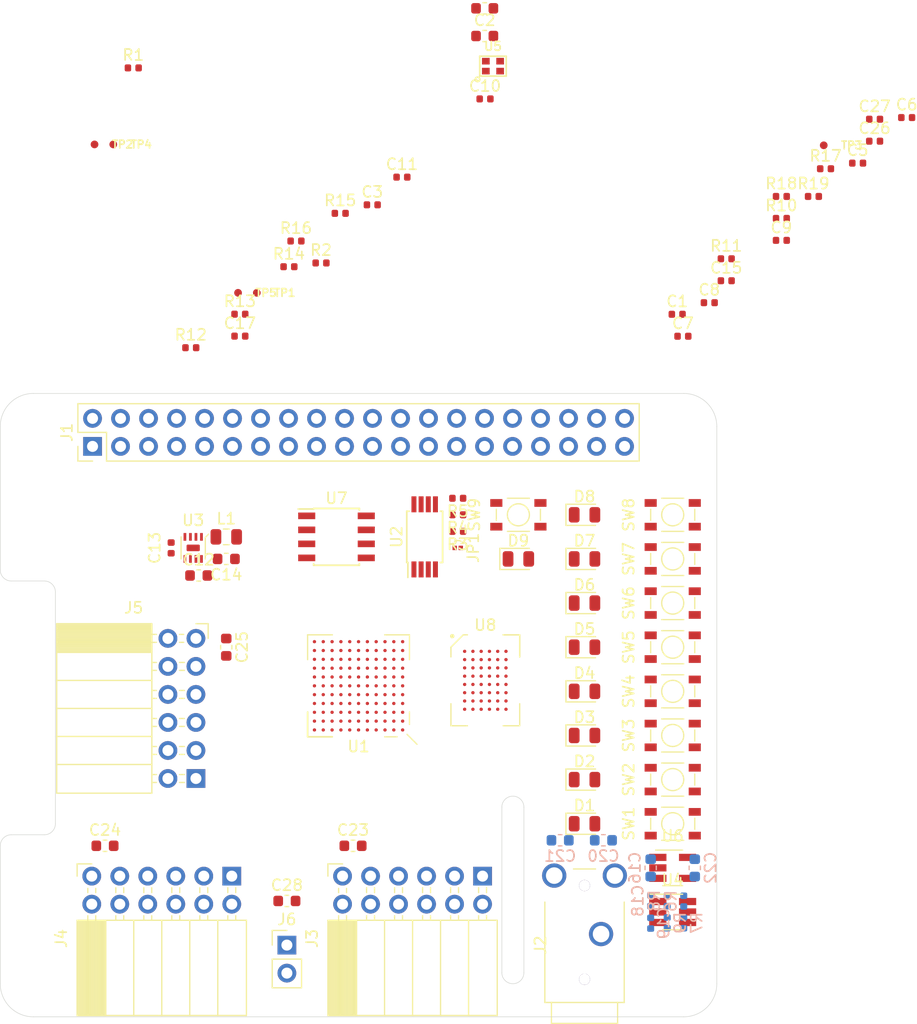
<source format=kicad_pcb>
(kicad_pcb (version 20171130) (host pcbnew 5.1.2+dfsg1-1)
  (layers (0 F.Cu signal) (1 In1.Cu power) (2 In2.Cu power) (31 B.Cu signal) (34 B.Paste user) (35 F.Paste user) (36 B.SilkS user hide) (37 F.SilkS user hide) (38 B.Mask user) (39 F.Mask user) (44 Edge.Cuts user))
  (net 0 "")
  (net 1 GND)
  (net 2 +1V2)
  (net 3 "Net-(C2-Pad2)")
  (net 4 "Net-(C2-Pad1)")
  (net 5 "Net-(C4-Pad2)")
  (net 6 "Net-(C4-Pad1)")
  (net 7 +3V3)
  (net 8 +5V)
  (net 9 "Net-(C13-Pad2)")
  (net 10 "Net-(C18-Pad1)")
  (net 11 "Net-(C19-Pad1)")
  (net 12 "Net-(C20-Pad1)")
  (net 13 "Net-(C21-Pad1)")
  (net 14 +3.3VDAC)
  (net 15 "Net-(D1-Pad1)")
  (net 16 /LED0)
  (net 17 /LED1)
  (net 18 "Net-(D2-Pad1)")
  (net 19 "Net-(D3-Pad1)")
  (net 20 /LED2)
  (net 21 /LED3)
  (net 22 "Net-(D4-Pad1)")
  (net 23 /LED4)
  (net 24 "Net-(D5-Pad1)")
  (net 25 "Net-(D6-Pad1)")
  (net 26 /LED5)
  (net 27 /LED6)
  (net 28 "Net-(D7-Pad1)")
  (net 29 "Net-(D8-Pad1)")
  (net 30 /LED7)
  (net 31 /GP13_FPGA_CDONE)
  (net 32 "Net-(J1-Pad3)")
  (net 33 "Net-(J1-Pad5)")
  (net 34 "Net-(J1-Pad7)")
  (net 35 /GP14_UART_TXD)
  (net 36 /GP15_UART_RXD)
  (net 37 "Net-(J1-Pad11)")
  (net 38 "Net-(J1-Pad12)")
  (net 39 /GP27_SDIO_DAT3)
  (net 40 /GP22_SDIO_CLK)
  (net 41 /GP23_SDIO_CMD)
  (net 42 /GP24_SDIO_DAT0)
  (net 43 /GP10_SPI_MOSI)
  (net 44 /GP9_SPI_MISO)
  (net 45 /GP25_SDIO_DAT1)
  (net 46 /GP11_SPI_SCK)
  (net 47 /GP8_SPI_~CS)
  (net 48 "Net-(J1-Pad26)")
  (net 49 /ID_SD)
  (net 50 /ID_SC)
  (net 51 "Net-(J1-Pad29)")
  (net 52 "Net-(J1-Pad31)")
  (net 53 /GP12_FPGA_~RST)
  (net 54 "Net-(J1-Pad35)")
  (net 55 "Net-(J1-Pad36)")
  (net 56 /GP26_SDIO_DAT2)
  (net 57 "Net-(J1-Pad38)")
  (net 58 "Net-(J1-Pad40)")
  (net 59 /IO0_0)
  (net 60 /IO0_1)
  (net 61 /IO0_2)
  (net 62 /IO0_3)
  (net 63 /IO0_4)
  (net 64 /IO0_5)
  (net 65 /IO0_6)
  (net 66 /IO0_7)
  (net 67 /IO1_7)
  (net 68 /IO1_6)
  (net 69 /IO1_5)
  (net 70 /IO1_4)
  (net 71 /IO1_3)
  (net 72 /IO1_2)
  (net 73 /IO1_1)
  (net 74 /IO1_0)
  (net 75 /IO2_0)
  (net 76 /IO2_1)
  (net 77 /IO2_2)
  (net 78 /IO2_3)
  (net 79 /IO2_4)
  (net 80 /IO2_5)
  (net 81 /IO2_6)
  (net 82 /IO2_7)
  (net 83 "Net-(JP1-Pad1)")
  (net 84 "Net-(L1-Pad1)")
  (net 85 "Net-(R6-Pad2)")
  (net 86 "Net-(R7-Pad2)")
  (net 87 /SW0)
  (net 88 /SW1)
  (net 89 /SW2)
  (net 90 /SW3)
  (net 91 /SW4)
  (net 92 /SW5)
  (net 93 /SW6)
  (net 94 /SW7)
  (net 95 /SRAM_DQ0)
  (net 96 /SRAM_DQ5)
  (net 97 /SRAM_DQ7)
  (net 98 /SRAM_DQ6)
  (net 99 /SRAM_DQ12)
  (net 100 /SRAM_A9)
  (net 101 /SRAM_A2)
  (net 102 /SRAM_A4)
  (net 103 /SRAM_A5)
  (net 104 /SRAM_A10)
  (net 105 /SRAM_DQ1)
  (net 106 /SRAM_DQ4)
  (net 107 /SRAM_DQ8)
  (net 108 /SRAM_DQ10)
  (net 109 /SRAM_DQ13)
  (net 110 /SRAM_DQ15)
  (net 111 /SRAM_A3)
  (net 112 /SRAM_A7)
  (net 113 /SRAM_A6)
  (net 114 /SRAM_A12)
  (net 115 /SRAM_DQ3)
  (net 116 /SRAM_DQ9)
  (net 117 /SRAM_DQ11)
  (net 118 /SRAM_A8)
  (net 119 /SRAM_A0)
  (net 120 /SRAM_A1)
  (net 121 /SRAM_A11)
  (net 122 /SRAM_A13)
  (net 123 /SRAM_A15)
  (net 124 /SRAM_DQ2)
  (net 125 /SRAM_DQ14)
  (net 126 /SRAM_A14)
  (net 127 /SRAM_A17)
  (net 128 /SRAM_A16)
  (net 129 /SRAM_~WE)
  (net 130 /SRAM_~OE)
  (net 131 /SRAM_~LB)
  (net 132 /SRAM_~UB)
  (net 133 /AUDIO_R_PWM)
  (net 134 "Net-(U1-PadB10)")
  (net 135 /CLK_OSC)
  (net 136 /AUDIO_L_PWM)
  (module fpga_hat:MOUNTHOLE_M2.5 (layer F.Cu) (at 161.5 83.5)
    (fp_text reference REF** hide)
    (fp_text value MOUNTHOLE_M2.5 hide)
    (pad "" np_thru_hole circle (at 0 0) (size 2.75 2.75) (drill 2.75) (layers *.Cu *.Mask) (thermal_gap 1.9))
  )
  (module fpga_hat:MOUNTHOLE_M2.5 (layer F.Cu) (at 161.5 133)
    (fp_text reference REF** hide)
    (fp_text value MOUNTHOLE_M2.5 hide)
    (pad "" np_thru_hole circle (at 0 0) (size 2.75 2.75) (drill 2.75) (layers *.Cu *.Mask) (thermal_gap 1.9))
  )
  (module fpga_hat:MOUNTHOLE_M2.5 (layer F.Cu) (at 103.5 133)
    (fp_text reference REF** hide)
    (fp_text value MOUNTHOLE_M2.5 hide)
    (pad "" np_thru_hole circle (at 0 0) (size 2.75 2.75) (drill 2.75) (layers *.Cu *.Mask) (thermal_gap 1.9))
  )
  (module fpga_hat:MOUNTHOLE_M2.5 (layer F.Cu) (at 103.5 83.5)
    (fp_text reference REF** hide)
    (fp_text value MOUNTHOLE_M2.5 hide)
    (pad "" np_thru_hole circle (at 0 0) (size 2.75 2.75) (drill 2.75) (layers *.Cu *.Mask) (thermal_gap 1.9))
  )
  (module Capacitor_SMD:C_0402_1005Metric (layer F.Cu) (at 161.405001 72.825001)
    (fp_text reference C1 (at 0 -1.17) (layer F.SilkS))
    (fp_text value 100n)
    (pad 2 smd roundrect (at 0.485 0) (size 0.59 0.64) (layers F.Cu F.Paste F.Mask) (net 1 GND))
    (pad 1 smd roundrect (at -0.485 0) (size 0.59 0.64) (layers F.Cu F.Paste F.Mask) (net 2 +1V2))
  )
  (module Capacitor_SMD:C_0603_1608Metric (layer F.Cu) (at 143.945001 47.605001)
    (fp_text reference C2 (at 0 -1.43) (layer F.SilkS))
    (fp_text value 4u7)
    (pad 2 smd roundrect (at 0.7875 0) (size 0.875 0.95) (layers F.Cu F.Paste F.Mask) (net 3 "Net-(C2-Pad2)"))
    (pad 1 smd roundrect (at -0.7875 0) (size 0.875 0.95) (layers F.Cu F.Paste F.Mask) (net 4 "Net-(C2-Pad1)"))
  )
  (module Capacitor_SMD:C_0402_1005Metric (layer F.Cu) (at 133.745001 62.905001)
    (fp_text reference C3 (at 0 -1.17) (layer F.SilkS))
    (fp_text value 100n)
    (pad 1 smd roundrect (at -0.485 0) (size 0.59 0.64) (layers F.Cu F.Paste F.Mask) (net 2 +1V2))
    (pad 2 smd roundrect (at 0.485 0) (size 0.59 0.64) (layers F.Cu F.Paste F.Mask) (net 1 GND))
  )
  (module Capacitor_SMD:C_0603_1608Metric (layer F.Cu) (at 143.945001 45.095001)
    (fp_text reference C4 (at 0 -1.43) (layer F.SilkS))
    (fp_text value 4u7)
    (pad 1 smd roundrect (at -0.7875 0) (size 0.875 0.95) (layers F.Cu F.Paste F.Mask) (net 6 "Net-(C4-Pad1)"))
    (pad 2 smd roundrect (at 0.7875 0) (size 0.875 0.95) (layers F.Cu F.Paste F.Mask) (net 5 "Net-(C4-Pad2)"))
  )
  (module Capacitor_SMD:C_0402_1005Metric (layer F.Cu) (at 177.775001 59.125001)
    (fp_text reference C5 (at 0 -1.17) (layer F.SilkS))
    (fp_text value 100n)
    (pad 1 smd roundrect (at -0.485 0) (size 0.59 0.64) (layers F.Cu F.Paste F.Mask) (net 2 +1V2))
    (pad 2 smd roundrect (at 0.485 0) (size 0.59 0.64) (layers F.Cu F.Paste F.Mask) (net 1 GND))
  )
  (module Capacitor_SMD:C_0402_1005Metric (layer F.Cu) (at 182.225001 54.995001)
    (fp_text reference C6 (at 0 -1.17) (layer F.SilkS))
    (fp_text value 100n)
    (pad 2 smd roundrect (at 0.485 0) (size 0.59 0.64) (layers F.Cu F.Paste F.Mask) (net 1 GND))
    (pad 1 smd roundrect (at -0.485 0) (size 0.59 0.64) (layers F.Cu F.Paste F.Mask) (net 2 +1V2))
  )
  (module Capacitor_SMD:C_0402_1005Metric (layer F.Cu) (at 161.925001 74.815001)
    (fp_text reference C7 (at 0 -1.17) (layer F.SilkS))
    (fp_text value 100n)
    (pad 2 smd roundrect (at 0.485 0) (size 0.59 0.64) (layers F.Cu F.Paste F.Mask) (net 1 GND))
    (pad 1 smd roundrect (at -0.485 0) (size 0.59 0.64) (layers F.Cu F.Paste F.Mask) (net 7 +3V3))
  )
  (module Capacitor_SMD:C_0402_1005Metric (layer F.Cu) (at 164.315001 71.775001)
    (fp_text reference C8 (at 0 -1.17) (layer F.SilkS))
    (fp_text value 100n)
    (pad 2 smd roundrect (at 0.485 0) (size 0.59 0.64) (layers F.Cu F.Paste F.Mask) (net 1 GND))
    (pad 1 smd roundrect (at -0.485 0) (size 0.59 0.64) (layers F.Cu F.Paste F.Mask) (net 7 +3V3))
  )
  (module Capacitor_SMD:C_0402_1005Metric (layer F.Cu) (at 170.855001 66.125001)
    (fp_text reference C9 (at 0 -1.17) (layer F.SilkS))
    (fp_text value 100n)
    (pad 2 smd roundrect (at 0.485 0) (size 0.59 0.64) (layers F.Cu F.Paste F.Mask) (net 1 GND))
    (pad 1 smd roundrect (at -0.485 0) (size 0.59 0.64) (layers F.Cu F.Paste F.Mask) (net 7 +3V3))
  )
  (module Capacitor_SMD:C_0402_1005Metric (layer F.Cu) (at 143.975001 53.305001)
    (fp_text reference C10 (at 0 -1.17) (layer F.SilkS))
    (fp_text value 100n)
    (pad 2 smd roundrect (at 0.485 0) (size 0.59 0.64) (layers F.Cu F.Paste F.Mask) (net 1 GND))
    (pad 1 smd roundrect (at -0.485 0) (size 0.59 0.64) (layers F.Cu F.Paste F.Mask) (net 7 +3V3))
  )
  (module Capacitor_SMD:C_0402_1005Metric (layer F.Cu) (at 136.435001 60.395001)
    (fp_text reference C11 (at 0 -1.17) (layer F.SilkS))
    (fp_text value 100n)
    (pad 1 smd roundrect (at -0.485 0) (size 0.59 0.64) (layers F.Cu F.Paste F.Mask) (net 7 +3V3))
    (pad 2 smd roundrect (at 0.485 0) (size 0.59 0.64) (layers F.Cu F.Paste F.Mask) (net 1 GND))
  )
  (module Capacitor_SMD:C_0603_1608Metric (layer F.Cu) (at 118 96.5)
    (fp_text reference C12 (at 0 -1.43) (layer F.SilkS))
    (fp_text value 4u7)
    (pad 2 smd roundrect (at 0.7875 0) (size 0.875 0.95) (layers F.Cu F.Paste F.Mask) (net 1 GND))
    (pad 1 smd roundrect (at -0.7875 0) (size 0.875 0.95) (layers F.Cu F.Paste F.Mask) (net 8 +5V))
  )
  (module Capacitor_SMD:C_0402_1005Metric (layer F.Cu) (at 115.5 94 270)
    (fp_text reference C13 (at 0 1.5 90) (layer F.SilkS))
    (fp_text value 560p)
    (pad 1 smd roundrect (at -0.485 0 270) (size 0.59 0.64) (layers F.Cu F.Paste F.Mask) (net 2 +1V2))
    (pad 2 smd roundrect (at 0.485 0 270) (size 0.59 0.64) (layers F.Cu F.Paste F.Mask) (net 9 "Net-(C13-Pad2)"))
  )
  (module Capacitor_SMD:C_0603_1608Metric (layer F.Cu) (at 120.5 95 180)
    (fp_text reference C14 (at 0 -1.43) (layer F.SilkS))
    (fp_text value 4u7)
    (pad 2 smd roundrect (at 0.7875 0 180) (size 0.875 0.95) (layers F.Cu F.Paste F.Mask) (net 1 GND))
    (pad 1 smd roundrect (at -0.7875 0 180) (size 0.875 0.95) (layers F.Cu F.Paste F.Mask) (net 2 +1V2))
  )
  (module Capacitor_SMD:C_0402_1005Metric (layer F.Cu) (at 165.855001 69.785001)
    (fp_text reference C15 (at 0 -1.17) (layer F.SilkS))
    (fp_text value 100n)
    (pad 2 smd roundrect (at 0.485 0) (size 0.59 0.64) (layers F.Cu F.Paste F.Mask) (net 1 GND))
    (pad 1 smd roundrect (at -0.485 0) (size 0.59 0.64) (layers F.Cu F.Paste F.Mask) (net 7 +3V3))
  )
  (module Capacitor_SMD:C_0603_1608Metric (layer B.Cu) (at 159 123 270)
    (fp_text reference C16 (at 0 1.43 90) (layer B.SilkS) (effects (justify mirror)))
    (fp_text value 1u)
    (pad 1 smd roundrect (at -0.7875 0 270) (size 0.875 0.95) (layers B.Cu B.Paste B.Mask) (net 8 +5V))
    (pad 2 smd roundrect (at 0.7875 0 270) (size 0.875 0.95) (layers B.Cu B.Paste B.Mask) (net 1 GND))
  )
  (module Capacitor_SMD:C_0402_1005Metric (layer F.Cu) (at 121.735001 74.805001)
    (fp_text reference C17 (at 0 -1.17) (layer F.SilkS))
    (fp_text value 100n)
    (pad 1 smd roundrect (at -0.485 0) (size 0.59 0.64) (layers F.Cu F.Paste F.Mask) (net 7 +3V3))
    (pad 2 smd roundrect (at 0.485 0) (size 0.59 0.64) (layers F.Cu F.Paste F.Mask) (net 1 GND))
  )
  (module Capacitor_SMD:C_0402_1005Metric (layer B.Cu) (at 159 125.985 270)
    (fp_text reference C18 (at 0 1.17 90) (layer B.SilkS) (effects (justify mirror)))
    (fp_text value 100n)
    (pad 1 smd roundrect (at -0.485 0 270) (size 0.59 0.64) (layers B.Cu B.Paste B.Mask) (net 10 "Net-(C18-Pad1)"))
    (pad 2 smd roundrect (at 0.485 0 270) (size 0.59 0.64) (layers B.Cu B.Paste B.Mask) (net 1 GND))
  )
  (module Capacitor_SMD:C_0402_1005Metric (layer B.Cu) (at 159 128.015 90)
    (fp_text reference C19 (at 0 1.17 90) (layer B.SilkS) (effects (justify mirror)))
    (fp_text value 100n)
    (pad 1 smd roundrect (at -0.485 0 90) (size 0.59 0.64) (layers B.Cu B.Paste B.Mask) (net 11 "Net-(C19-Pad1)"))
    (pad 2 smd roundrect (at 0.485 0 90) (size 0.59 0.64) (layers B.Cu B.Paste B.Mask) (net 1 GND))
  )
  (module Capacitor_SMD:C_0603_1608Metric (layer B.Cu) (at 154.7125 120.5)
    (fp_text reference C20 (at 0 1.43) (layer B.SilkS) (effects (justify mirror)))
    (fp_text value 4u7)
    (pad 1 smd roundrect (at -0.7875 0) (size 0.875 0.95) (layers B.Cu B.Paste B.Mask) (net 12 "Net-(C20-Pad1)"))
    (pad 2 smd roundrect (at 0.7875 0) (size 0.875 0.95) (layers B.Cu B.Paste B.Mask) (net 10 "Net-(C18-Pad1)"))
  )
  (module Capacitor_SMD:C_0603_1608Metric (layer B.Cu) (at 150.7875 120.5)
    (fp_text reference C21 (at 0 1.43) (layer B.SilkS) (effects (justify mirror)))
    (fp_text value 4u7)
    (pad 1 smd roundrect (at -0.7875 0) (size 0.875 0.95) (layers B.Cu B.Paste B.Mask) (net 13 "Net-(C21-Pad1)"))
    (pad 2 smd roundrect (at 0.7875 0) (size 0.875 0.95) (layers B.Cu B.Paste B.Mask) (net 11 "Net-(C19-Pad1)"))
  )
  (module Capacitor_SMD:C_0603_1608Metric (layer B.Cu) (at 163 123 90)
    (fp_text reference C22 (at 0 1.43 90) (layer B.SilkS) (effects (justify mirror)))
    (fp_text value 1u)
    (pad 2 smd roundrect (at 0.7875 0 90) (size 0.875 0.95) (layers B.Cu B.Paste B.Mask) (net 1 GND))
    (pad 1 smd roundrect (at -0.7875 0 90) (size 0.875 0.95) (layers B.Cu B.Paste B.Mask) (net 14 +3.3VDAC))
  )
  (module Capacitor_SMD:C_0603_1608Metric (layer F.Cu) (at 132 121)
    (fp_text reference C23 (at 0 -1.43) (layer F.SilkS))
    (fp_text value 1u)
    (pad 2 smd roundrect (at 0.7875 0) (size 0.875 0.95) (layers F.Cu F.Paste F.Mask) (net 1 GND))
    (pad 1 smd roundrect (at -0.7875 0) (size 0.875 0.95) (layers F.Cu F.Paste F.Mask) (net 7 +3V3))
  )
  (module Capacitor_SMD:C_0603_1608Metric (layer F.Cu) (at 109.5 121)
    (fp_text reference C24 (at 0 -1.43) (layer F.SilkS))
    (fp_text value 1u)
    (pad 1 smd roundrect (at -0.7875 0) (size 0.875 0.95) (layers F.Cu F.Paste F.Mask) (net 7 +3V3))
    (pad 2 smd roundrect (at 0.7875 0) (size 0.875 0.95) (layers F.Cu F.Paste F.Mask) (net 1 GND))
  )
  (module Capacitor_SMD:C_0603_1608Metric (layer F.Cu) (at 120.5 103 270)
    (fp_text reference C25 (at 0 -1.43 90) (layer F.SilkS))
    (fp_text value 1u)
    (pad 2 smd roundrect (at 0.7875 0 270) (size 0.875 0.95) (layers F.Cu F.Paste F.Mask) (net 1 GND))
    (pad 1 smd roundrect (at -0.7875 0 270) (size 0.875 0.95) (layers F.Cu F.Paste F.Mask) (net 7 +3V3))
  )
  (module Capacitor_SMD:C_0402_1005Metric (layer F.Cu) (at 179.315001 57.135001)
    (fp_text reference C26 (at 0 -1.17) (layer F.SilkS))
    (fp_text value 100n)
    (pad 1 smd roundrect (at -0.485 0) (size 0.59 0.64) (layers F.Cu F.Paste F.Mask) (net 7 +3V3))
    (pad 2 smd roundrect (at 0.485 0) (size 0.59 0.64) (layers F.Cu F.Paste F.Mask) (net 1 GND))
  )
  (module Capacitor_SMD:C_0402_1005Metric (layer F.Cu) (at 179.315001 55.145001)
    (fp_text reference C27 (at 0 -1.17) (layer F.SilkS))
    (fp_text value 100n)
    (pad 2 smd roundrect (at 0.485 0) (size 0.59 0.64) (layers F.Cu F.Paste F.Mask) (net 1 GND))
    (pad 1 smd roundrect (at -0.485 0) (size 0.59 0.64) (layers F.Cu F.Paste F.Mask) (net 7 +3V3))
  )
  (module Capacitor_SMD:C_0603_1608Metric (layer F.Cu) (at 126 126)
    (fp_text reference C28 (at 0 -1.43) (layer F.SilkS))
    (fp_text value 1u)
    (pad 1 smd roundrect (at -0.7875 0) (size 0.875 0.95) (layers F.Cu F.Paste F.Mask) (net 8 +5V))
    (pad 2 smd roundrect (at 0.7875 0) (size 0.875 0.95) (layers F.Cu F.Paste F.Mask) (net 1 GND))
  )
  (module LED_SMD:LED_0805_2012Metric (layer F.Cu) (at 153 119)
    (fp_text reference D1 (at 0 -1.65) (layer F.SilkS))
    (fp_text value LED)
    (pad 1 smd roundrect (at -0.9375 0) (size 0.975 1.4) (layers F.Cu F.Paste F.Mask) (net 15 "Net-(D1-Pad1)"))
    (pad 2 smd roundrect (at 0.9375 0) (size 0.975 1.4) (layers F.Cu F.Paste F.Mask) (net 16 /LED0))
  )
  (module LED_SMD:LED_0805_2012Metric (layer F.Cu) (at 153 115)
    (fp_text reference D2 (at 0 -1.65) (layer F.SilkS))
    (fp_text value LED)
    (pad 1 smd roundrect (at -0.9375 0) (size 0.975 1.4) (layers F.Cu F.Paste F.Mask) (net 18 "Net-(D2-Pad1)"))
    (pad 2 smd roundrect (at 0.9375 0) (size 0.975 1.4) (layers F.Cu F.Paste F.Mask) (net 17 /LED1))
  )
  (module LED_SMD:LED_0805_2012Metric (layer F.Cu) (at 153 111)
    (fp_text reference D3 (at 0 -1.65) (layer F.SilkS))
    (fp_text value LED)
    (pad 2 smd roundrect (at 0.9375 0) (size 0.975 1.4) (layers F.Cu F.Paste F.Mask) (net 20 /LED2))
    (pad 1 smd roundrect (at -0.9375 0) (size 0.975 1.4) (layers F.Cu F.Paste F.Mask) (net 19 "Net-(D3-Pad1)"))
  )
  (module LED_SMD:LED_0805_2012Metric (layer F.Cu) (at 153 107)
    (fp_text reference D4 (at 0 -1.65) (layer F.SilkS))
    (fp_text value LED)
    (pad 1 smd roundrect (at -0.9375 0) (size 0.975 1.4) (layers F.Cu F.Paste F.Mask) (net 22 "Net-(D4-Pad1)"))
    (pad 2 smd roundrect (at 0.9375 0) (size 0.975 1.4) (layers F.Cu F.Paste F.Mask) (net 21 /LED3))
  )
  (module LED_SMD:LED_0805_2012Metric (layer F.Cu) (at 153 103)
    (fp_text reference D5 (at 0 -1.65) (layer F.SilkS))
    (fp_text value LED)
    (pad 2 smd roundrect (at 0.9375 0) (size 0.975 1.4) (layers F.Cu F.Paste F.Mask) (net 23 /LED4))
    (pad 1 smd roundrect (at -0.9375 0) (size 0.975 1.4) (layers F.Cu F.Paste F.Mask) (net 24 "Net-(D5-Pad1)"))
  )
  (module LED_SMD:LED_0805_2012Metric (layer F.Cu) (at 153 99)
    (fp_text reference D6 (at 0 -1.65) (layer F.SilkS))
    (fp_text value LED)
    (pad 1 smd roundrect (at -0.9375 0) (size 0.975 1.4) (layers F.Cu F.Paste F.Mask) (net 25 "Net-(D6-Pad1)"))
    (pad 2 smd roundrect (at 0.9375 0) (size 0.975 1.4) (layers F.Cu F.Paste F.Mask) (net 26 /LED5))
  )
  (module LED_SMD:LED_0805_2012Metric (layer F.Cu) (at 153 95)
    (fp_text reference D7 (at 0 -1.65) (layer F.SilkS))
    (fp_text value LED)
    (pad 2 smd roundrect (at 0.9375 0) (size 0.975 1.4) (layers F.Cu F.Paste F.Mask) (net 27 /LED6))
    (pad 1 smd roundrect (at -0.9375 0) (size 0.975 1.4) (layers F.Cu F.Paste F.Mask) (net 28 "Net-(D7-Pad1)"))
  )
  (module LED_SMD:LED_0805_2012Metric (layer F.Cu) (at 153 91)
    (fp_text reference D8 (at 0 -1.65) (layer F.SilkS))
    (fp_text value LED)
    (pad 1 smd roundrect (at -0.9375 0) (size 0.975 1.4) (layers F.Cu F.Paste F.Mask) (net 29 "Net-(D8-Pad1)"))
    (pad 2 smd roundrect (at 0.9375 0) (size 0.975 1.4) (layers F.Cu F.Paste F.Mask) (net 30 /LED7))
  )
  (module LED_SMD:LED_0805_2012Metric (layer F.Cu) (at 147 95)
    (fp_text reference D9 (at 0 -1.65) (layer F.SilkS))
    (fp_text value LED)
    (pad 2 smd roundrect (at 0.9375 0) (size 0.975 1.4) (layers F.Cu F.Paste F.Mask) (net 31 /GP13_FPGA_CDONE))
    (pad 1 smd roundrect (at -0.9375 0) (size 0.975 1.4) (layers F.Cu F.Paste F.Mask) (net 1 GND))
  )
  (module Connector_PinHeader_2.54mm:PinHeader_2x20_P2.54mm_Vertical (layer F.Cu) (at 108.37 84.8 90)
    (fp_text reference J1 (at 1.27 -2.33 90) (layer F.SilkS))
    (fp_text value 2x20)
    (pad 1 thru_hole rect (at 0 0 90) (size 1.7 1.7) (drill 1) (layers *.Cu *.Mask) (net 7 +3V3))
    (pad 2 thru_hole oval (at 2.54 0 90) (size 1.7 1.7) (drill 1) (layers *.Cu *.Mask) (net 8 +5V))
    (pad 3 thru_hole oval (at 0 2.54 90) (size 1.7 1.7) (drill 1) (layers *.Cu *.Mask) (net 32 "Net-(J1-Pad3)"))
    (pad 4 thru_hole oval (at 2.54 2.54 90) (size 1.7 1.7) (drill 1) (layers *.Cu *.Mask) (net 8 +5V))
    (pad 5 thru_hole oval (at 0 5.08 90) (size 1.7 1.7) (drill 1) (layers *.Cu *.Mask) (net 33 "Net-(J1-Pad5)"))
    (pad 6 thru_hole oval (at 2.54 5.08 90) (size 1.7 1.7) (drill 1) (layers *.Cu *.Mask) (net 1 GND))
    (pad 7 thru_hole oval (at 0 7.62 90) (size 1.7 1.7) (drill 1) (layers *.Cu *.Mask) (net 34 "Net-(J1-Pad7)"))
    (pad 8 thru_hole oval (at 2.54 7.62 90) (size 1.7 1.7) (drill 1) (layers *.Cu *.Mask) (net 35 /GP14_UART_TXD))
    (pad 9 thru_hole oval (at 0 10.16 90) (size 1.7 1.7) (drill 1) (layers *.Cu *.Mask) (net 1 GND))
    (pad 10 thru_hole oval (at 2.54 10.16 90) (size 1.7 1.7) (drill 1) (layers *.Cu *.Mask) (net 36 /GP15_UART_RXD))
    (pad 11 thru_hole oval (at 0 12.7 90) (size 1.7 1.7) (drill 1) (layers *.Cu *.Mask) (net 37 "Net-(J1-Pad11)"))
    (pad 12 thru_hole oval (at 2.54 12.7 90) (size 1.7 1.7) (drill 1) (layers *.Cu *.Mask) (net 38 "Net-(J1-Pad12)"))
    (pad 13 thru_hole oval (at 0 15.24 90) (size 1.7 1.7) (drill 1) (layers *.Cu *.Mask) (net 39 /GP27_SDIO_DAT3))
    (pad 14 thru_hole oval (at 2.54 15.24 90) (size 1.7 1.7) (drill 1) (layers *.Cu *.Mask) (net 1 GND))
    (pad 15 thru_hole oval (at 0 17.78 90) (size 1.7 1.7) (drill 1) (layers *.Cu *.Mask) (net 40 /GP22_SDIO_CLK))
    (pad 16 thru_hole oval (at 2.54 17.78 90) (size 1.7 1.7) (drill 1) (layers *.Cu *.Mask) (net 41 /GP23_SDIO_CMD))
    (pad 17 thru_hole oval (at 0 20.32 90) (size 1.7 1.7) (drill 1) (layers *.Cu *.Mask) (net 7 +3V3))
    (pad 18 thru_hole oval (at 2.54 20.32 90) (size 1.7 1.7) (drill 1) (layers *.Cu *.Mask) (net 42 /GP24_SDIO_DAT0))
    (pad 19 thru_hole oval (at 0 22.86 90) (size 1.7 1.7) (drill 1) (layers *.Cu *.Mask) (net 43 /GP10_SPI_MOSI))
    (pad 20 thru_hole oval (at 2.54 22.86 90) (size 1.7 1.7) (drill 1) (layers *.Cu *.Mask) (net 1 GND))
    (pad 21 thru_hole oval (at 0 25.4 90) (size 1.7 1.7) (drill 1) (layers *.Cu *.Mask) (net 44 /GP9_SPI_MISO))
    (pad 22 thru_hole oval (at 2.54 25.4 90) (size 1.7 1.7) (drill 1) (layers *.Cu *.Mask) (net 45 /GP25_SDIO_DAT1))
    (pad 23 thru_hole oval (at 0 27.94 90) (size 1.7 1.7) (drill 1) (layers *.Cu *.Mask) (net 46 /GP11_SPI_SCK))
    (pad 24 thru_hole oval (at 2.54 27.94 90) (size 1.7 1.7) (drill 1) (layers *.Cu *.Mask) (net 47 /GP8_SPI_~CS))
    (pad 25 thru_hole oval (at 0 30.48 90) (size 1.7 1.7) (drill 1) (layers *.Cu *.Mask) (net 1 GND))
    (pad 26 thru_hole oval (at 2.54 30.48 90) (size 1.7 1.7) (drill 1) (layers *.Cu *.Mask) (net 48 "Net-(J1-Pad26)"))
    (pad 27 thru_hole oval (at 0 33.02 90) (size 1.7 1.7) (drill 1) (layers *.Cu *.Mask) (net 49 /ID_SD))
    (pad 28 thru_hole oval (at 2.54 33.02 90) (size 1.7 1.7) (drill 1) (layers *.Cu *.Mask) (net 50 /ID_SC))
    (pad 29 thru_hole oval (at 0 35.56 90) (size 1.7 1.7) (drill 1) (layers *.Cu *.Mask) (net 51 "Net-(J1-Pad29)"))
    (pad 30 thru_hole oval (at 2.54 35.56 90) (size 1.7 1.7) (drill 1) (layers *.Cu *.Mask) (net 1 GND))
    (pad 31 thru_hole oval (at 0 38.1 90) (size 1.7 1.7) (drill 1) (layers *.Cu *.Mask) (net 52 "Net-(J1-Pad31)"))
    (pad 32 thru_hole oval (at 2.54 38.1 90) (size 1.7 1.7) (drill 1) (layers *.Cu *.Mask) (net 53 /GP12_FPGA_~RST))
    (pad 33 thru_hole oval (at 0 40.64 90) (size 1.7 1.7) (drill 1) (layers *.Cu *.Mask) (net 31 /GP13_FPGA_CDONE))
    (pad 34 thru_hole oval (at 2.54 40.64 90) (size 1.7 1.7) (drill 1) (layers *.Cu *.Mask) (net 1 GND))
    (pad 35 thru_hole oval (at 0 43.18 90) (size 1.7 1.7) (drill 1) (layers *.Cu *.Mask) (net 54 "Net-(J1-Pad35)"))
    (pad 36 thru_hole oval (at 2.54 43.18 90) (size 1.7 1.7) (drill 1) (layers *.Cu *.Mask) (net 55 "Net-(J1-Pad36)"))
    (pad 37 thru_hole oval (at 0 45.72 90) (size 1.7 1.7) (drill 1) (layers *.Cu *.Mask) (net 56 /GP26_SDIO_DAT2))
    (pad 38 thru_hole oval (at 2.54 45.72 90) (size 1.7 1.7) (drill 1) (layers *.Cu *.Mask) (net 57 "Net-(J1-Pad38)"))
    (pad 39 thru_hole oval (at 0 48.26 90) (size 1.7 1.7) (drill 1) (layers *.Cu *.Mask) (net 1 GND))
    (pad 40 thru_hole oval (at 2.54 48.26 90) (size 1.7 1.7) (drill 1) (layers *.Cu *.Mask) (net 58 "Net-(J1-Pad40)"))
  )
  (module fpga_hat:STX-3000_TRS_3.5mm (layer F.Cu) (at 153 129 90)
    (fp_text reference J2 (at -1 -4 90) (layer F.SilkS))
    (fp_text value AudioJack3)
    (pad ~ thru_hole circle (at -4.1 0 90) (size 1 1) (drill 1) (layers *.Cu *.Mask))
    (pad ~ thru_hole circle (at 4.4 0 90) (size 1 1) (drill 1) (layers *.Cu *.Mask))
    (pad S thru_hole circle (at 0 1.5 90) (size 2.2 2.2) (drill 1.5) (layers *.Cu *.Mask) (net 1 GND))
    (pad R thru_hole circle (at 5.3 -2.75 90) (size 2.2 2.2) (drill 1.5) (layers *.Cu *.Mask) (net 13 "Net-(C21-Pad1)"))
    (pad T thru_hole circle (at 5.3 2.75 90) (size 2.2 2.2) (drill 1.5) (layers *.Cu *.Mask) (net 12 "Net-(C20-Pad1)"))
  )
  (module fpga_hat:PinSocket_2x06_P2.54mm_Horizontal (layer F.Cu) (at 143.75 123.75 90)
    (fp_text reference J3 (at -5.65 -15.47 90) (layer F.SilkS))
    (fp_text value Conn_02x06_Top_Bottom)
    (pad 6 thru_hole circle (at 0 -12.7 90) (size 1.7 1.7) (drill 1) (layers *.Cu *.Mask) (net 7 +3V3))
    (pad 12 thru_hole oval (at -2.54 -12.7 90) (size 1.7 1.7) (drill 1) (layers *.Cu *.Mask) (net 7 +3V3))
    (pad 5 thru_hole oval (at 0 -10.16 90) (size 1.7 1.7) (drill 1) (layers *.Cu *.Mask) (net 1 GND))
    (pad 11 thru_hole oval (at -2.54 -10.16 90) (size 1.7 1.7) (drill 1) (layers *.Cu *.Mask) (net 1 GND))
    (pad 4 thru_hole oval (at 0 -7.62 90) (size 1.7 1.7) (drill 1) (layers *.Cu *.Mask) (net 62 /IO0_3))
    (pad 10 thru_hole oval (at -2.54 -7.62 90) (size 1.7 1.7) (drill 1) (layers *.Cu *.Mask) (net 66 /IO0_7))
    (pad 3 thru_hole oval (at 0 -5.08 90) (size 1.7 1.7) (drill 1) (layers *.Cu *.Mask) (net 61 /IO0_2))
    (pad 9 thru_hole oval (at -2.54 -5.08 90) (size 1.7 1.7) (drill 1) (layers *.Cu *.Mask) (net 65 /IO0_6))
    (pad 2 thru_hole oval (at 0 -2.54 90) (size 1.7 1.7) (drill 1) (layers *.Cu *.Mask) (net 60 /IO0_1))
    (pad 8 thru_hole oval (at -2.54 -2.54 90) (size 1.7 1.7) (drill 1) (layers *.Cu *.Mask) (net 64 /IO0_5))
    (pad 1 thru_hole rect (at 0 0 90) (size 1.7 1.7) (drill 1) (layers *.Cu *.Mask) (net 59 /IO0_0))
    (pad 7 thru_hole oval (at -2.54 0 90) (size 1.7 1.7) (drill 1) (layers *.Cu *.Mask) (net 63 /IO0_4))
  )
  (module fpga_hat:PinSocket_2x06_P2.54mm_Horizontal (layer F.Cu) (at 121 123.75 90)
    (fp_text reference J4 (at -5.65 -15.47 90) (layer F.SilkS))
    (fp_text value Conn_02x06_Top_Bottom)
    (pad 7 thru_hole oval (at -2.54 0 90) (size 1.7 1.7) (drill 1) (layers *.Cu *.Mask) (net 70 /IO1_4))
    (pad 1 thru_hole rect (at 0 0 90) (size 1.7 1.7) (drill 1) (layers *.Cu *.Mask) (net 74 /IO1_0))
    (pad 8 thru_hole oval (at -2.54 -2.54 90) (size 1.7 1.7) (drill 1) (layers *.Cu *.Mask) (net 69 /IO1_5))
    (pad 2 thru_hole oval (at 0 -2.54 90) (size 1.7 1.7) (drill 1) (layers *.Cu *.Mask) (net 73 /IO1_1))
    (pad 9 thru_hole oval (at -2.54 -5.08 90) (size 1.7 1.7) (drill 1) (layers *.Cu *.Mask) (net 68 /IO1_6))
    (pad 3 thru_hole oval (at 0 -5.08 90) (size 1.7 1.7) (drill 1) (layers *.Cu *.Mask) (net 72 /IO1_2))
    (pad 10 thru_hole oval (at -2.54 -7.62 90) (size 1.7 1.7) (drill 1) (layers *.Cu *.Mask) (net 67 /IO1_7))
    (pad 4 thru_hole oval (at 0 -7.62 90) (size 1.7 1.7) (drill 1) (layers *.Cu *.Mask) (net 71 /IO1_3))
    (pad 11 thru_hole oval (at -2.54 -10.16 90) (size 1.7 1.7) (drill 1) (layers *.Cu *.Mask) (net 1 GND))
    (pad 5 thru_hole oval (at 0 -10.16 90) (size 1.7 1.7) (drill 1) (layers *.Cu *.Mask) (net 1 GND))
    (pad 12 thru_hole oval (at -2.54 -12.7 90) (size 1.7 1.7) (drill 1) (layers *.Cu *.Mask) (net 7 +3V3))
    (pad 6 thru_hole circle (at 0 -12.7 90) (size 1.7 1.7) (drill 1) (layers *.Cu *.Mask) (net 7 +3V3))
  )
  (module fpga_hat:PinSocket_2x06_P2.54mm_Horizontal (layer F.Cu) (at 117.75 114.9)
    (fp_text reference J5 (at -5.65 -15.47) (layer F.SilkS))
    (fp_text value Conn_02x06_Top_Bottom)
    (pad 6 thru_hole circle (at 0 -12.7) (size 1.7 1.7) (drill 1) (layers *.Cu *.Mask) (net 7 +3V3))
    (pad 12 thru_hole oval (at -2.54 -12.7) (size 1.7 1.7) (drill 1) (layers *.Cu *.Mask) (net 7 +3V3))
    (pad 5 thru_hole oval (at 0 -10.16) (size 1.7 1.7) (drill 1) (layers *.Cu *.Mask) (net 1 GND))
    (pad 11 thru_hole oval (at -2.54 -10.16) (size 1.7 1.7) (drill 1) (layers *.Cu *.Mask) (net 1 GND))
    (pad 4 thru_hole oval (at 0 -7.62) (size 1.7 1.7) (drill 1) (layers *.Cu *.Mask) (net 78 /IO2_3))
    (pad 10 thru_hole oval (at -2.54 -7.62) (size 1.7 1.7) (drill 1) (layers *.Cu *.Mask) (net 82 /IO2_7))
    (pad 3 thru_hole oval (at 0 -5.08) (size 1.7 1.7) (drill 1) (layers *.Cu *.Mask) (net 77 /IO2_2))
    (pad 9 thru_hole oval (at -2.54 -5.08) (size 1.7 1.7) (drill 1) (layers *.Cu *.Mask) (net 81 /IO2_6))
    (pad 2 thru_hole oval (at 0 -2.54) (size 1.7 1.7) (drill 1) (layers *.Cu *.Mask) (net 76 /IO2_1))
    (pad 8 thru_hole oval (at -2.54 -2.54) (size 1.7 1.7) (drill 1) (layers *.Cu *.Mask) (net 80 /IO2_5))
    (pad 1 thru_hole rect (at 0 0) (size 1.7 1.7) (drill 1) (layers *.Cu *.Mask) (net 75 /IO2_0))
    (pad 7 thru_hole oval (at -2.54 0) (size 1.7 1.7) (drill 1) (layers *.Cu *.Mask) (net 79 /IO2_4))
  )
  (module Connector_PinHeader_2.54mm:PinHeader_1x02_P2.54mm_Vertical (layer F.Cu) (at 126 130)
    (fp_text reference J6 (at 0 -2.33) (layer F.SilkS))
    (fp_text value Conn_01x02)
    (pad 1 thru_hole rect (at 0 0) (size 1.7 1.7) (drill 1) (layers *.Cu *.Mask) (net 8 +5V))
    (pad 2 thru_hole oval (at 0 2.54) (size 1.7 1.7) (drill 1) (layers *.Cu *.Mask) (net 1 GND))
  )
  (module fpga_hat:SOLDER_JUMP (layer F.Cu) (at 141.5 94 90)
    (fp_text reference JP1 (at 0 1.4 90) (layer F.SilkS))
    (fp_text value "Solder jumper")
    (pad 1 smd rect (at 0 -0.275 90) (size 0.4 0.4) (layers F.Cu F.Paste F.Mask) (net 83 "Net-(JP1-Pad1)"))
    (pad 2 smd rect (at 0 0.275 90) (size 0.4 0.4) (layers F.Cu F.Paste F.Mask) (net 1 GND))
  )
  (module Inductor_SMD:L_0805_2012Metric (layer F.Cu) (at 120.5 93)
    (fp_text reference L1 (at 0 -1.65) (layer F.SilkS))
    (fp_text value 1u)
    (pad 1 smd roundrect (at -0.9375 0) (size 0.975 1.4) (layers F.Cu F.Paste F.Mask) (net 84 "Net-(L1-Pad1)"))
    (pad 2 smd roundrect (at 0.9375 0) (size 0.975 1.4) (layers F.Cu F.Paste F.Mask) (net 2 +1V2))
  )
  (module Resistor_SMD:R_0402_1005Metric (layer F.Cu) (at 112.065001 50.495001)
    (fp_text reference R1 (at 0 -1.17) (layer F.SilkS))
    (fp_text value 100)
    (pad 1 smd roundrect (at -0.485 0) (size 0.59 0.64) (layers F.Cu F.Paste F.Mask) (net 6 "Net-(C4-Pad1)"))
    (pad 2 smd roundrect (at 0.485 0) (size 0.59 0.64) (layers F.Cu F.Paste F.Mask) (net 2 +1V2))
  )
  (module Resistor_SMD:R_0402_1005Metric (layer F.Cu) (at 129.095001 68.175001)
    (fp_text reference R2 (at 0 -1.17) (layer F.SilkS))
    (fp_text value 100)
    (pad 2 smd roundrect (at 0.485 0) (size 0.59 0.64) (layers F.Cu F.Paste F.Mask) (net 2 +1V2))
    (pad 1 smd roundrect (at -0.485 0) (size 0.59 0.64) (layers F.Cu F.Paste F.Mask) (net 4 "Net-(C2-Pad1)"))
  )
  (module Resistor_SMD:R_0402_1005Metric (layer F.Cu) (at 141.5 92.5 180)
    (fp_text reference R3 (at 0 -1.17) (layer F.SilkS))
    (fp_text value 470)
    (pad 1 smd roundrect (at -0.485 0 180) (size 0.59 0.64) (layers F.Cu F.Paste F.Mask) (net 7 +3V3))
    (pad 2 smd roundrect (at 0.485 0 180) (size 0.59 0.64) (layers F.Cu F.Paste F.Mask) (net 83 "Net-(JP1-Pad1)"))
  )
  (module Resistor_SMD:R_0402_1005Metric (layer F.Cu) (at 141.5 91 180)
    (fp_text reference R4 (at 0 -1.17) (layer F.SilkS))
    (fp_text value 4k7)
    (pad 1 smd roundrect (at -0.485 0 180) (size 0.59 0.64) (layers F.Cu F.Paste F.Mask) (net 7 +3V3))
    (pad 2 smd roundrect (at 0.485 0 180) (size 0.59 0.64) (layers F.Cu F.Paste F.Mask) (net 50 /ID_SC))
  )
  (module Resistor_SMD:R_0402_1005Metric (layer F.Cu) (at 141.5 89.5 180)
    (fp_text reference R5 (at 0 -1.17) (layer F.SilkS))
    (fp_text value 4k7)
    (pad 2 smd roundrect (at 0.485 0 180) (size 0.59 0.64) (layers F.Cu F.Paste F.Mask) (net 50 /ID_SC))
    (pad 1 smd roundrect (at -0.485 0 180) (size 0.59 0.64) (layers F.Cu F.Paste F.Mask) (net 7 +3V3))
  )
  (module Resistor_SMD:R_0402_1005Metric (layer B.Cu) (at 162 126.015 270)
    (fp_text reference R6 (at 0 1.17 90) (layer B.SilkS) (effects (justify mirror)))
    (fp_text value 220)
    (pad 2 smd roundrect (at 0.485 0 270) (size 0.59 0.64) (layers B.Cu B.Paste B.Mask) (net 85 "Net-(R6-Pad2)"))
    (pad 1 smd roundrect (at -0.485 0 270) (size 0.59 0.64) (layers B.Cu B.Paste B.Mask) (net 10 "Net-(C18-Pad1)"))
  )
  (module Resistor_SMD:R_0402_1005Metric (layer B.Cu) (at 162 127.985 90)
    (fp_text reference R7 (at 0 1.17 90) (layer B.SilkS) (effects (justify mirror)))
    (fp_text value 220)
    (pad 2 smd roundrect (at 0.485 0 90) (size 0.59 0.64) (layers B.Cu B.Paste B.Mask) (net 86 "Net-(R7-Pad2)"))
    (pad 1 smd roundrect (at -0.485 0 90) (size 0.59 0.64) (layers B.Cu B.Paste B.Mask) (net 11 "Net-(C19-Pad1)"))
  )
  (module Resistor_SMD:R_0402_1005Metric (layer B.Cu) (at 160.5 125.985 270)
    (fp_text reference R8 (at 0 1.17 90) (layer B.SilkS) (effects (justify mirror)))
    (fp_text value 100)
    (pad 1 smd roundrect (at -0.485 0 270) (size 0.59 0.64) (layers B.Cu B.Paste B.Mask) (net 10 "Net-(C18-Pad1)"))
    (pad 2 smd roundrect (at 0.485 0 270) (size 0.59 0.64) (layers B.Cu B.Paste B.Mask) (net 1 GND))
  )
  (module Resistor_SMD:R_0402_1005Metric (layer B.Cu) (at 160.5 127.985 90)
    (fp_text reference R9 (at 0 1.17 90) (layer B.SilkS) (effects (justify mirror)))
    (fp_text value 100)
    (pad 1 smd roundrect (at -0.485 0 90) (size 0.59 0.64) (layers B.Cu B.Paste B.Mask) (net 11 "Net-(C19-Pad1)"))
    (pad 2 smd roundrect (at 0.485 0 90) (size 0.59 0.64) (layers B.Cu B.Paste B.Mask) (net 1 GND))
  )
  (module Resistor_SMD:R_0402_1005Metric (layer F.Cu) (at 170.855001 64.135001)
    (fp_text reference R10 (at 0 -1.17) (layer F.SilkS))
    (fp_text value 470)
    (pad 1 smd roundrect (at -0.485 0) (size 0.59 0.64) (layers F.Cu F.Paste F.Mask) (net 1 GND))
    (pad 2 smd roundrect (at 0.485 0) (size 0.59 0.64) (layers F.Cu F.Paste F.Mask) (net 15 "Net-(D1-Pad1)"))
  )
  (module Resistor_SMD:R_0402_1005Metric (layer F.Cu) (at 165.855001 67.795001)
    (fp_text reference R11 (at 0 -1.17) (layer F.SilkS))
    (fp_text value 470)
    (pad 1 smd roundrect (at -0.485 0) (size 0.59 0.64) (layers F.Cu F.Paste F.Mask) (net 1 GND))
    (pad 2 smd roundrect (at 0.485 0) (size 0.59 0.64) (layers F.Cu F.Paste F.Mask) (net 18 "Net-(D2-Pad1)"))
  )
  (module Resistor_SMD:R_0402_1005Metric (layer F.Cu) (at 117.285001 75.855001)
    (fp_text reference R12 (at 0 -1.17) (layer F.SilkS))
    (fp_text value 470)
    (pad 2 smd roundrect (at 0.485 0) (size 0.59 0.64) (layers F.Cu F.Paste F.Mask) (net 19 "Net-(D3-Pad1)"))
    (pad 1 smd roundrect (at -0.485 0) (size 0.59 0.64) (layers F.Cu F.Paste F.Mask) (net 1 GND))
  )
  (module Resistor_SMD:R_0402_1005Metric (layer F.Cu) (at 121.735001 72.815001)
    (fp_text reference R13 (at 0 -1.17) (layer F.SilkS))
    (fp_text value 470)
    (pad 1 smd roundrect (at -0.485 0) (size 0.59 0.64) (layers F.Cu F.Paste F.Mask) (net 1 GND))
    (pad 2 smd roundrect (at 0.485 0) (size 0.59 0.64) (layers F.Cu F.Paste F.Mask) (net 22 "Net-(D4-Pad1)"))
  )
  (module Resistor_SMD:R_0402_1005Metric (layer F.Cu) (at 126.185001 68.515001)
    (fp_text reference R14 (at 0 -1.17) (layer F.SilkS))
    (fp_text value 470)
    (pad 2 smd roundrect (at 0.485 0) (size 0.59 0.64) (layers F.Cu F.Paste F.Mask) (net 24 "Net-(D5-Pad1)"))
    (pad 1 smd roundrect (at -0.485 0) (size 0.59 0.64) (layers F.Cu F.Paste F.Mask) (net 1 GND))
  )
  (module Resistor_SMD:R_0402_1005Metric (layer F.Cu) (at 130.835001 63.675001)
    (fp_text reference R15 (at 0 -1.17) (layer F.SilkS))
    (fp_text value 470)
    (pad 2 smd roundrect (at 0.485 0) (size 0.59 0.64) (layers F.Cu F.Paste F.Mask) (net 25 "Net-(D6-Pad1)"))
    (pad 1 smd roundrect (at -0.485 0) (size 0.59 0.64) (layers F.Cu F.Paste F.Mask) (net 1 GND))
  )
  (module Resistor_SMD:R_0402_1005Metric (layer F.Cu) (at 126.825001 66.185001)
    (fp_text reference R16 (at 0 -1.17) (layer F.SilkS))
    (fp_text value 470)
    (pad 1 smd roundrect (at -0.485 0) (size 0.59 0.64) (layers F.Cu F.Paste F.Mask) (net 1 GND))
    (pad 2 smd roundrect (at 0.485 0) (size 0.59 0.64) (layers F.Cu F.Paste F.Mask) (net 28 "Net-(D7-Pad1)"))
  )
  (module Resistor_SMD:R_0402_1005Metric (layer F.Cu) (at 174.865001 59.635001)
    (fp_text reference R17 (at 0 -1.17) (layer F.SilkS))
    (fp_text value 470)
    (pad 2 smd roundrect (at 0.485 0) (size 0.59 0.64) (layers F.Cu F.Paste F.Mask) (net 29 "Net-(D8-Pad1)"))
    (pad 1 smd roundrect (at -0.485 0) (size 0.59 0.64) (layers F.Cu F.Paste F.Mask) (net 1 GND))
  )
  (module Resistor_SMD:R_0402_1005Metric (layer F.Cu) (at 170.855001 62.145001)
    (fp_text reference R18 (at 0 -1.17) (layer F.SilkS))
    (fp_text value 470)
    (pad 1 smd roundrect (at -0.485 0) (size 0.59 0.64) (layers F.Cu F.Paste F.Mask) (net 31 /GP13_FPGA_CDONE))
    (pad 2 smd roundrect (at 0.485 0) (size 0.59 0.64) (layers F.Cu F.Paste F.Mask) (net 7 +3V3))
  )
  (module Resistor_SMD:R_0402_1005Metric (layer F.Cu) (at 173.765001 62.145001)
    (fp_text reference R19 (at 0 -1.17) (layer F.SilkS))
    (fp_text value 4k7)
    (pad 2 smd roundrect (at 0.485 0) (size 0.59 0.64) (layers F.Cu F.Paste F.Mask) (net 53 /GP12_FPGA_~RST))
    (pad 1 smd roundrect (at -0.485 0) (size 0.59 0.64) (layers F.Cu F.Paste F.Mask) (net 7 +3V3))
  )
  (module fpga_hat:PTS815 (layer F.Cu) (at 161 119 270)
    (fp_text reference SW1 (at 0 4 270) (layer F.SilkS))
    (fp_text value PTS815)
    (pad ~ smd rect (at -1.075 2) (size 1.1 0.7) (layers F.Cu F.Paste F.Mask))
    (pad ~ smd rect (at 1.075 2) (size 1.1 0.7) (layers F.Cu F.Paste F.Mask))
    (pad 2 smd rect (at 1.075 -2) (size 1.1 0.7) (layers F.Cu F.Paste F.Mask) (net 1 GND))
    (pad 1 smd rect (at -1.075 -2) (size 1.1 0.7) (layers F.Cu F.Paste F.Mask) (net 87 /SW0))
  )
  (module fpga_hat:PTS815 (layer F.Cu) (at 161 115 270)
    (fp_text reference SW2 (at 0 4 270) (layer F.SilkS))
    (fp_text value PTS815)
    (pad 1 smd rect (at -1.075 -2) (size 1.1 0.7) (layers F.Cu F.Paste F.Mask) (net 88 /SW1))
    (pad 2 smd rect (at 1.075 -2) (size 1.1 0.7) (layers F.Cu F.Paste F.Mask) (net 1 GND))
    (pad ~ smd rect (at 1.075 2) (size 1.1 0.7) (layers F.Cu F.Paste F.Mask))
    (pad ~ smd rect (at -1.075 2) (size 1.1 0.7) (layers F.Cu F.Paste F.Mask))
  )
  (module fpga_hat:PTS815 (layer F.Cu) (at 161 111 270)
    (fp_text reference SW3 (at 0 4 270) (layer F.SilkS))
    (fp_text value PTS815)
    (pad ~ smd rect (at -1.075 2) (size 1.1 0.7) (layers F.Cu F.Paste F.Mask))
    (pad ~ smd rect (at 1.075 2) (size 1.1 0.7) (layers F.Cu F.Paste F.Mask))
    (pad 2 smd rect (at 1.075 -2) (size 1.1 0.7) (layers F.Cu F.Paste F.Mask) (net 1 GND))
    (pad 1 smd rect (at -1.075 -2) (size 1.1 0.7) (layers F.Cu F.Paste F.Mask) (net 89 /SW2))
  )
  (module fpga_hat:PTS815 (layer F.Cu) (at 161 107 270)
    (fp_text reference SW4 (at 0 4 270) (layer F.SilkS))
    (fp_text value PTS815)
    (pad ~ smd rect (at -1.075 2) (size 1.1 0.7) (layers F.Cu F.Paste F.Mask))
    (pad ~ smd rect (at 1.075 2) (size 1.1 0.7) (layers F.Cu F.Paste F.Mask))
    (pad 2 smd rect (at 1.075 -2) (size 1.1 0.7) (layers F.Cu F.Paste F.Mask) (net 1 GND))
    (pad 1 smd rect (at -1.075 -2) (size 1.1 0.7) (layers F.Cu F.Paste F.Mask) (net 90 /SW3))
  )
  (module fpga_hat:PTS815 (layer F.Cu) (at 161 103 270)
    (fp_text reference SW5 (at 0 4 270) (layer F.SilkS))
    (fp_text value PTS815)
    (pad 1 smd rect (at -1.075 -2) (size 1.1 0.7) (layers F.Cu F.Paste F.Mask) (net 91 /SW4))
    (pad 2 smd rect (at 1.075 -2) (size 1.1 0.7) (layers F.Cu F.Paste F.Mask) (net 1 GND))
    (pad ~ smd rect (at 1.075 2) (size 1.1 0.7) (layers F.Cu F.Paste F.Mask))
    (pad ~ smd rect (at -1.075 2) (size 1.1 0.7) (layers F.Cu F.Paste F.Mask))
  )
  (module fpga_hat:PTS815 (layer F.Cu) (at 161 99 270)
    (fp_text reference SW6 (at 0 4 270) (layer F.SilkS))
    (fp_text value PTS815)
    (pad 1 smd rect (at -1.075 -2) (size 1.1 0.7) (layers F.Cu F.Paste F.Mask) (net 92 /SW5))
    (pad 2 smd rect (at 1.075 -2) (size 1.1 0.7) (layers F.Cu F.Paste F.Mask) (net 1 GND))
    (pad ~ smd rect (at 1.075 2) (size 1.1 0.7) (layers F.Cu F.Paste F.Mask))
    (pad ~ smd rect (at -1.075 2) (size 1.1 0.7) (layers F.Cu F.Paste F.Mask))
  )
  (module fpga_hat:PTS815 (layer F.Cu) (at 161 95 270)
    (fp_text reference SW7 (at 0 4 270) (layer F.SilkS))
    (fp_text value PTS815)
    (pad ~ smd rect (at -1.075 2) (size 1.1 0.7) (layers F.Cu F.Paste F.Mask))
    (pad ~ smd rect (at 1.075 2) (size 1.1 0.7) (layers F.Cu F.Paste F.Mask))
    (pad 2 smd rect (at 1.075 -2) (size 1.1 0.7) (layers F.Cu F.Paste F.Mask) (net 1 GND))
    (pad 1 smd rect (at -1.075 -2) (size 1.1 0.7) (layers F.Cu F.Paste F.Mask) (net 93 /SW6))
  )
  (module fpga_hat:PTS815 (layer F.Cu) (at 161 91 270)
    (fp_text reference SW8 (at 0 4 270) (layer F.SilkS))
    (fp_text value PTS815)
    (pad 1 smd rect (at -1.075 -2) (size 1.1 0.7) (layers F.Cu F.Paste F.Mask) (net 94 /SW7))
    (pad 2 smd rect (at 1.075 -2) (size 1.1 0.7) (layers F.Cu F.Paste F.Mask) (net 1 GND))
    (pad ~ smd rect (at 1.075 2) (size 1.1 0.7) (layers F.Cu F.Paste F.Mask))
    (pad ~ smd rect (at -1.075 2) (size 1.1 0.7) (layers F.Cu F.Paste F.Mask))
  )
  (module fpga_hat:PTS815 (layer F.Cu) (at 147 91 270)
    (fp_text reference SW9 (at 0 4 270) (layer F.SilkS))
    (fp_text value PTS815)
    (pad ~ smd rect (at -1.075 2) (size 1.1 0.7) (layers F.Cu F.Paste F.Mask))
    (pad ~ smd rect (at 1.075 2) (size 1.1 0.7) (layers F.Cu F.Paste F.Mask))
    (pad 2 smd rect (at 1.075 -2) (size 1.1 0.7) (layers F.Cu F.Paste F.Mask) (net 1 GND))
    (pad 1 smd rect (at -1.075 -2) (size 1.1 0.7) (layers F.Cu F.Paste F.Mask) (net 53 /GP12_FPGA_~RST))
  )
  (module fpga_hat:Testpoint_d0.7mm (layer F.Cu) (at 123.27 70.88)
    (fp_text reference TP1 (at 2.54 0) (layer F.SilkS) (effects (font (size 0.7 0.7))))
    (fp_text value TestPoint)
    (pad 1 smd circle (at 0 0) (size 0.7 0.7) (layers F.Cu F.Mask) (net 83 "Net-(JP1-Pad1)"))
  )
  (module fpga_hat:Testpoint_d0.7mm (layer F.Cu) (at 108.55 57.43)
    (fp_text reference TP2 (at 2.54 0) (layer F.SilkS) (effects (font (size 0.7 0.7))))
    (fp_text value TestPoint)
    (pad 1 smd circle (at 0 0) (size 0.7 0.7) (layers F.Cu F.Mask) (net 2 +1V2))
  )
  (module fpga_hat:Testpoint_d0.7mm (layer F.Cu) (at 174.7 57.51)
    (fp_text reference TP3 (at 2.54 0) (layer F.SilkS) (effects (font (size 0.7 0.7))))
    (fp_text value TestPoint)
    (pad 1 smd circle (at 0 0) (size 0.7 0.7) (layers F.Cu F.Mask) (net 14 +3.3VDAC))
  )
  (module fpga_hat:Testpoint_d0.7mm (layer F.Cu) (at 110.25 57.43)
    (fp_text reference TP4 (at 2.54 0) (layer F.SilkS) (effects (font (size 0.7 0.7))))
    (fp_text value TestPoint)
    (pad 1 smd circle (at 0 0) (size 0.7 0.7) (layers F.Cu F.Mask) (net 31 /GP13_FPGA_CDONE))
  )
  (module fpga_hat:Testpoint_d0.7mm (layer F.Cu) (at 121.57 70.88)
    (fp_text reference TP5 (at 2.54 0) (layer F.SilkS) (effects (font (size 0.7 0.7))))
    (fp_text value TestPoint)
    (pad 1 smd circle (at 0 0) (size 0.7 0.7) (layers F.Cu F.Mask) (net 53 /GP12_FPGA_~RST))
  )
  (module fpga_hat:BGA-121_11x11_9.0x9.0mm (layer F.Cu) (at 132.5 106.5 180)
    (fp_text reference U1 (at 0 -5.5) (layer F.SilkS))
    (fp_text value iCE40-HX8k-BG121)
    (pad A1 smd circle (at -4 -4 180) (size 0.3 0.3) (layers F.Cu F.Paste F.Mask) (net 79 /IO2_4))
    (pad B1 smd circle (at -4 -3.2 180) (size 0.3 0.3) (layers F.Cu F.Paste F.Mask) (net 95 /SRAM_DQ0))
    (pad C1 smd circle (at -4 -2.4 180) (size 0.3 0.3) (layers F.Cu F.Paste F.Mask) (net 96 /SRAM_DQ5))
    (pad D1 smd circle (at -4 -1.6 180) (size 0.3 0.3) (layers F.Cu F.Paste F.Mask) (net 97 /SRAM_DQ7))
    (pad E1 smd circle (at -4 -0.8 180) (size 0.3 0.3) (layers F.Cu F.Paste F.Mask) (net 98 /SRAM_DQ6))
    (pad F1 smd circle (at -4 0 180) (size 0.3 0.3) (layers F.Cu F.Paste F.Mask) (net 99 /SRAM_DQ12))
    (pad G1 smd circle (at -4 0.8 180) (size 0.3 0.3) (layers F.Cu F.Paste F.Mask) (net 100 /SRAM_A9))
    (pad H1 smd circle (at -4 1.6 180) (size 0.3 0.3) (layers F.Cu F.Paste F.Mask) (net 101 /SRAM_A2))
    (pad J1 smd circle (at -4 2.4 180) (size 0.3 0.3) (layers F.Cu F.Paste F.Mask) (net 102 /SRAM_A4))
    (pad K1 smd circle (at -4 3.2 180) (size 0.3 0.3) (layers F.Cu F.Paste F.Mask) (net 103 /SRAM_A5))
    (pad L1 smd circle (at -4 4 180) (size 0.3 0.3) (layers F.Cu F.Paste F.Mask) (net 104 /SRAM_A10))
    (pad A2 smd circle (at -3.2 -4 180) (size 0.3 0.3) (layers F.Cu F.Paste F.Mask) (net 77 /IO2_2))
    (pad B2 smd circle (at -3.2 -3.2 180) (size 0.3 0.3) (layers F.Cu F.Paste F.Mask) (net 105 /SRAM_DQ1))
    (pad C2 smd circle (at -3.2 -2.4 180) (size 0.3 0.3) (layers F.Cu F.Paste F.Mask) (net 106 /SRAM_DQ4))
    (pad D2 smd circle (at -3.2 -1.6 180) (size 0.3 0.3) (layers F.Cu F.Paste F.Mask) (net 107 /SRAM_DQ8))
    (pad E2 smd circle (at -3.2 -0.8 180) (size 0.3 0.3) (layers F.Cu F.Paste F.Mask) (net 108 /SRAM_DQ10))
    (pad F2 smd circle (at -3.2 0 180) (size 0.3 0.3) (layers F.Cu F.Paste F.Mask) (net 109 /SRAM_DQ13))
    (pad G2 smd circle (at -3.2 0.8 180) (size 0.3 0.3) (layers F.Cu F.Paste F.Mask) (net 110 /SRAM_DQ15))
    (pad H2 smd circle (at -3.2 1.6 180) (size 0.3 0.3) (layers F.Cu F.Paste F.Mask) (net 111 /SRAM_A3))
    (pad J2 smd circle (at -3.2 2.4 180) (size 0.3 0.3) (layers F.Cu F.Paste F.Mask) (net 112 /SRAM_A7))
    (pad K2 smd circle (at -3.2 3.2 180) (size 0.3 0.3) (layers F.Cu F.Paste F.Mask) (net 113 /SRAM_A6))
    (pad L2 smd circle (at -3.2 4 180) (size 0.3 0.3) (layers F.Cu F.Paste F.Mask) (net 114 /SRAM_A12))
    (pad A3 smd circle (at -2.4 -4 180) (size 0.3 0.3) (layers F.Cu F.Paste F.Mask) (net 78 /IO2_3))
    (pad B3 smd circle (at -2.4 -3.2 180) (size 0.3 0.3) (layers F.Cu F.Paste F.Mask) (net 76 /IO2_1))
    (pad C3 smd circle (at -2.4 -2.4 180) (size 0.3 0.3) (layers F.Cu F.Paste F.Mask) (net 115 /SRAM_DQ3))
    (pad D3 smd circle (at -2.4 -1.6 180) (size 0.3 0.3) (layers F.Cu F.Paste F.Mask) (net 116 /SRAM_DQ9))
    (pad E3 smd circle (at -2.4 -0.8 180) (size 0.3 0.3) (layers F.Cu F.Paste F.Mask) (net 117 /SRAM_DQ11))
    (pad F3 smd circle (at -2.4 0 180) (size 0.3 0.3) (layers F.Cu F.Paste F.Mask) (net 118 /SRAM_A8))
    (pad G3 smd circle (at -2.4 0.8 180) (size 0.3 0.3) (layers F.Cu F.Paste F.Mask) (net 119 /SRAM_A0))
    (pad H3 smd circle (at -2.4 1.6 180) (size 0.3 0.3) (layers F.Cu F.Paste F.Mask) (net 120 /SRAM_A1))
    (pad J3 smd circle (at -2.4 2.4 180) (size 0.3 0.3) (layers F.Cu F.Paste F.Mask) (net 121 /SRAM_A11))
    (pad K3 smd circle (at -2.4 3.2 180) (size 0.3 0.3) (layers F.Cu F.Paste F.Mask) (net 122 /SRAM_A13))
    (pad L3 smd circle (at -2.4 4 180) (size 0.3 0.3) (layers F.Cu F.Paste F.Mask) (net 123 /SRAM_A15))
    (pad A4 smd circle (at -1.6 -4 180) (size 0.3 0.3) (layers F.Cu F.Paste F.Mask) (net 68 /IO1_6))
    (pad B4 smd circle (at -1.6 -3.2 180) (size 0.3 0.3) (layers F.Cu F.Paste F.Mask) (net 75 /IO2_0))
    (pad C4 smd circle (at -1.6 -2.4 180) (size 0.3 0.3) (layers F.Cu F.Paste F.Mask) (net 124 /SRAM_DQ2))
    (pad D4 smd circle (at -1.6 -1.6 180) (size 0.3 0.3) (layers F.Cu F.Paste F.Mask) (net 2 +1V2))
    (pad E4 smd circle (at -1.6 -0.8 180) (size 0.3 0.3) (layers F.Cu F.Paste F.Mask) (net 7 +3V3))
    (pad F4 smd circle (at -1.6 0 180) (size 0.3 0.3) (layers F.Cu F.Paste F.Mask) (net 125 /SRAM_DQ14))
    (pad G4 smd circle (at -1.6 0.8 180) (size 0.3 0.3) (layers F.Cu F.Paste F.Mask) (net 7 +3V3))
    (pad H4 smd circle (at -1.6 1.6 180) (size 0.3 0.3) (layers F.Cu F.Paste F.Mask) (net 2 +1V2))
    (pad J4 smd circle (at -1.6 2.4 180) (size 0.3 0.3) (layers F.Cu F.Paste F.Mask) (net 126 /SRAM_A14))
    (pad K4 smd circle (at -1.6 3.2 180) (size 0.3 0.3) (layers F.Cu F.Paste F.Mask) (net 127 /SRAM_A17))
    (pad L4 smd circle (at -1.6 4 180) (size 0.3 0.3) (layers F.Cu F.Paste F.Mask) (net 128 /SRAM_A16))
    (pad A5 smd circle (at -0.8 -4 180) (size 0.3 0.3) (layers F.Cu F.Paste F.Mask) (net 70 /IO1_4))
    (pad B5 smd circle (at -0.8 -3.2 180) (size 0.3 0.3) (layers F.Cu F.Paste F.Mask) (net 69 /IO1_5))
    (pad C5 smd circle (at -0.8 -2.4 180) (size 0.3 0.3) (layers F.Cu F.Paste F.Mask) (net 5 "Net-(C4-Pad2)"))
    (pad D5 smd circle (at -0.8 -1.6 180) (size 0.3 0.3) (layers F.Cu F.Paste F.Mask) (net 67 /IO1_7))
    (pad E5 smd circle (at -0.8 -0.8 180) (size 0.3 0.3) (layers F.Cu F.Paste F.Mask) (net 1 GND))
    (pad F5 smd circle (at -0.8 0 180) (size 0.3 0.3) (layers F.Cu F.Paste F.Mask) (net 1 GND))
    (pad G5 smd circle (at -0.8 0.8 180) (size 0.3 0.3) (layers F.Cu F.Paste F.Mask) (net 1 GND))
    (pad H5 smd circle (at -0.8 1.6 180) (size 0.3 0.3) (layers F.Cu F.Paste F.Mask) (net 1 GND))
    (pad J5 smd circle (at -0.8 2.4 180) (size 0.3 0.3) (layers F.Cu F.Paste F.Mask) (net 129 /SRAM_~WE))
    (pad K5 smd circle (at -0.8 3.2 180) (size 0.3 0.3) (layers F.Cu F.Paste F.Mask) (net 130 /SRAM_~OE))
    (pad L5 smd circle (at -0.8 4 180) (size 0.3 0.3) (layers F.Cu F.Paste F.Mask) (net 56 /GP26_SDIO_DAT2))
    (pad A6 smd circle (at 0 -4 180) (size 0.3 0.3) (layers F.Cu F.Paste F.Mask) (net 71 /IO1_3))
    (pad B6 smd circle (at 0 -3.2 180) (size 0.3 0.3) (layers F.Cu F.Paste F.Mask) (net 81 /IO2_6))
    (pad C6 smd circle (at 0 -2.4 180) (size 0.3 0.3) (layers F.Cu F.Paste F.Mask) (net 6 "Net-(C4-Pad1)"))
    (pad D6 smd circle (at 0 -1.6 180) (size 0.3 0.3) (layers F.Cu F.Paste F.Mask) (net 7 +3V3))
    (pad E6 smd circle (at 0 -0.8 180) (size 0.3 0.3) (layers F.Cu F.Paste F.Mask) (net 1 GND))
    (pad F6 smd circle (at 0 0 180) (size 0.3 0.3) (layers F.Cu F.Paste F.Mask) (net 1 GND))
    (pad G6 smd circle (at 0 0.8 180) (size 0.3 0.3) (layers F.Cu F.Paste F.Mask) (net 1 GND))
    (pad H6 smd circle (at 0 1.6 180) (size 0.3 0.3) (layers F.Cu F.Paste F.Mask) (net 7 +3V3))
    (pad J6 smd circle (at 0 2.4 180) (size 0.3 0.3) (layers F.Cu F.Paste F.Mask) (net 4 "Net-(C2-Pad1)"))
    (pad K6 smd circle (at 0 3.2 180) (size 0.3 0.3) (layers F.Cu F.Paste F.Mask) (net 39 /GP27_SDIO_DAT3))
    (pad L6 smd circle (at 0 4 180) (size 0.3 0.3) (layers F.Cu F.Paste F.Mask) (net 3 "Net-(C2-Pad2)"))
    (pad A7 smd circle (at 0.8 -4 180) (size 0.3 0.3) (layers F.Cu F.Paste F.Mask) (net 72 /IO1_2))
    (pad B7 smd circle (at 0.8 -3.2 180) (size 0.3 0.3) (layers F.Cu F.Paste F.Mask) (net 80 /IO2_5))
    (pad C7 smd circle (at 0.8 -2.4 180) (size 0.3 0.3) (layers F.Cu F.Paste F.Mask) (net 73 /IO1_1))
    (pad D7 smd circle (at 0.8 -1.6 180) (size 0.3 0.3) (layers F.Cu F.Paste F.Mask) (net 66 /IO0_7))
    (pad E7 smd circle (at 0.8 -0.8 180) (size 0.3 0.3) (layers F.Cu F.Paste F.Mask) (net 1 GND))
    (pad F7 smd circle (at 0.8 0 180) (size 0.3 0.3) (layers F.Cu F.Paste F.Mask) (net 1 GND))
    (pad G7 smd circle (at 0.8 0.8 180) (size 0.3 0.3) (layers F.Cu F.Paste F.Mask) (net 1 GND))
    (pad H7 smd circle (at 0.8 1.6 180) (size 0.3 0.3) (layers F.Cu F.Paste F.Mask) (net 131 /SRAM_~LB))
    (pad J7 smd circle (at 0.8 2.4 180) (size 0.3 0.3) (layers F.Cu F.Paste F.Mask) (net 132 /SRAM_~UB))
    (pad K7 smd circle (at 0.8 3.2 180) (size 0.3 0.3) (layers F.Cu F.Paste F.Mask) (net 133 /AUDIO_R_PWM))
    (pad L7 smd circle (at 0.8 4 180) (size 0.3 0.3) (layers F.Cu F.Paste F.Mask) (net 41 /GP23_SDIO_CMD))
    (pad A8 smd circle (at 1.6 -4 180) (size 0.3 0.3) (layers F.Cu F.Paste F.Mask) (net 74 /IO1_0))
    (pad B8 smd circle (at 1.6 -3.2 180) (size 0.3 0.3) (layers F.Cu F.Paste F.Mask) (net 63 /IO0_4))
    (pad C8 smd circle (at 1.6 -2.4 180) (size 0.3 0.3) (layers F.Cu F.Paste F.Mask) (net 65 /IO0_6))
    (pad D8 smd circle (at 1.6 -1.6 180) (size 0.3 0.3) (layers F.Cu F.Paste F.Mask) (net 2 +1V2))
    (pad E8 smd circle (at 1.6 -0.8 180) (size 0.3 0.3) (layers F.Cu F.Paste F.Mask) (net 90 /SW3))
    (pad F8 smd circle (at 1.6 0 180) (size 0.3 0.3) (layers F.Cu F.Paste F.Mask) (net 7 +3V3))
    (pad G8 smd circle (at 1.6 0.8 180) (size 0.3 0.3) (layers F.Cu F.Paste F.Mask) (net 21 /LED3))
    (pad H8 smd circle (at 1.6 1.6 180) (size 0.3 0.3) (layers F.Cu F.Paste F.Mask) (net 2 +1V2))
    (pad J8 smd circle (at 1.6 2.4 180) (size 0.3 0.3) (layers F.Cu F.Paste F.Mask) (net 40 /GP22_SDIO_CLK))
    (pad K8 smd circle (at 1.6 3.2 180) (size 0.3 0.3) (layers F.Cu F.Paste F.Mask) (net 31 /GP13_FPGA_CDONE))
    (pad L8 smd circle (at 1.6 4 180) (size 0.3 0.3) (layers F.Cu F.Paste F.Mask) (net 42 /GP24_SDIO_DAT0))
    (pad A9 smd circle (at 2.4 -4 180) (size 0.3 0.3) (layers F.Cu F.Paste F.Mask) (net 64 /IO0_5))
    (pad B9 smd circle (at 2.4 -3.2 180) (size 0.3 0.3) (layers F.Cu F.Paste F.Mask) (net 62 /IO0_3))
    (pad C9 smd circle (at 2.4 -2.4 180) (size 0.3 0.3) (layers F.Cu F.Paste F.Mask) (net 61 /IO0_2))
    (pad D9 smd circle (at 2.4 -1.6 180) (size 0.3 0.3) (layers F.Cu F.Paste F.Mask) (net 91 /SW4))
    (pad E9 smd circle (at 2.4 -0.8 180) (size 0.3 0.3) (layers F.Cu F.Paste F.Mask) (net 89 /SW2))
    (pad F9 smd circle (at 2.4 0 180) (size 0.3 0.3) (layers F.Cu F.Paste F.Mask) (net 88 /SW1))
    (pad G9 smd circle (at 2.4 0.8 180) (size 0.3 0.3) (layers F.Cu F.Paste F.Mask) (net 27 /LED6))
    (pad H9 smd circle (at 2.4 1.6 180) (size 0.3 0.3) (layers F.Cu F.Paste F.Mask) (net 45 /GP25_SDIO_DAT1))
    (pad J9 smd circle (at 2.4 2.4 180) (size 0.3 0.3) (layers F.Cu F.Paste F.Mask) (net 44 /GP9_SPI_MISO))
    (pad K9 smd circle (at 2.4 3.2 180) (size 0.3 0.3) (layers F.Cu F.Paste F.Mask) (net 43 /GP10_SPI_MOSI))
    (pad L9 smd circle (at 2.4 4 180) (size 0.3 0.3) (layers F.Cu F.Paste F.Mask) (net 53 /GP12_FPGA_~RST))
    (pad A10 smd circle (at 3.2 -4 180) (size 0.3 0.3) (layers F.Cu F.Paste F.Mask) (net 60 /IO0_1))
    (pad B10 smd circle (at 3.2 -3.2 180) (size 0.3 0.3) (layers F.Cu F.Paste F.Mask) (net 134 "Net-(U1-PadB10)"))
    (pad C10 smd circle (at 3.2 -2.4 180) (size 0.3 0.3) (layers F.Cu F.Paste F.Mask) (net 7 +3V3))
    (pad D10 smd circle (at 3.2 -1.6 180) (size 0.3 0.3) (layers F.Cu F.Paste F.Mask) (net 94 /SW7))
    (pad E10 smd circle (at 3.2 -0.8 180) (size 0.3 0.3) (layers F.Cu F.Paste F.Mask) (net 135 /CLK_OSC))
    (pad F10 smd circle (at 3.2 0 180) (size 0.3 0.3) (layers F.Cu F.Paste F.Mask) (net 87 /SW0))
    (pad G10 smd circle (at 3.2 0.8 180) (size 0.3 0.3) (layers F.Cu F.Paste F.Mask) (net 26 /LED5))
    (pad H10 smd circle (at 3.2 1.6 180) (size 0.3 0.3) (layers F.Cu F.Paste F.Mask) (net 17 /LED1))
    (pad J10 smd circle (at 3.2 2.4 180) (size 0.3 0.3) (layers F.Cu F.Paste F.Mask) (net 20 /LED2))
    (pad K10 smd circle (at 3.2 3.2 180) (size 0.3 0.3) (layers F.Cu F.Paste F.Mask) (net 47 /GP8_SPI_~CS))
    (pad L10 smd circle (at 3.2 4 180) (size 0.3 0.3) (layers F.Cu F.Paste F.Mask) (net 46 /GP11_SPI_SCK))
    (pad A11 smd circle (at 4 -4 180) (size 0.3 0.3) (layers F.Cu F.Paste F.Mask) (net 59 /IO0_0))
    (pad B11 smd circle (at 4 -3.2 180) (size 0.3 0.3) (layers F.Cu F.Paste F.Mask) (net 36 /GP15_UART_RXD))
    (pad C11 smd circle (at 4 -2.4 180) (size 0.3 0.3) (layers F.Cu F.Paste F.Mask) (net 35 /GP14_UART_TXD))
    (pad D11 smd circle (at 4 -1.6 180) (size 0.3 0.3) (layers F.Cu F.Paste F.Mask) (net 93 /SW6))
    (pad E11 smd circle (at 4 -0.8 180) (size 0.3 0.3) (layers F.Cu F.Paste F.Mask) (net 92 /SW5))
    (pad F11 smd circle (at 4 0 180) (size 0.3 0.3) (layers F.Cu F.Paste F.Mask) (net 136 /AUDIO_L_PWM))
    (pad G11 smd circle (at 4 0.8 180) (size 0.3 0.3) (layers F.Cu F.Paste F.Mask) (net 30 /LED7))
    (pad H11 smd circle (at 4 1.6 180) (size 0.3 0.3) (layers F.Cu F.Paste F.Mask) (net 23 /LED4))
    (pad J11 smd circle (at 4 2.4 180) (size 0.3 0.3) (layers F.Cu F.Paste F.Mask) (net 82 /IO2_7))
    (pad K11 smd circle (at 4 3.2 180) (size 0.3 0.3) (layers F.Cu F.Paste F.Mask) (net 16 /LED0))
    (pad L11 smd circle (at 4 4 180) (size 0.3 0.3) (layers F.Cu F.Paste F.Mask) (net 7 +3V3))
  )
  (module Package_SO:TSSOP-8_4.4x3mm_P0.65mm (layer F.Cu) (at 138.5 93 90)
    (fp_text reference U2 (at 0 -2.55 90) (layer F.SilkS))
    (fp_text value CAT24C32WI)
    (pad 1 smd rect (at -2.95 -0.975 90) (size 1.45 0.45) (layers F.Cu F.Paste F.Mask) (net 1 GND))
    (pad 2 smd rect (at -2.95 -0.325 90) (size 1.45 0.45) (layers F.Cu F.Paste F.Mask) (net 1 GND))
    (pad 3 smd rect (at -2.95 0.325 90) (size 1.45 0.45) (layers F.Cu F.Paste F.Mask) (net 1 GND))
    (pad 4 smd rect (at -2.95 0.975 90) (size 1.45 0.45) (layers F.Cu F.Paste F.Mask) (net 1 GND))
    (pad 5 smd rect (at 2.95 0.975 90) (size 1.45 0.45) (layers F.Cu F.Paste F.Mask) (net 49 /ID_SD))
    (pad 6 smd rect (at 2.95 0.325 90) (size 1.45 0.45) (layers F.Cu F.Paste F.Mask) (net 50 /ID_SC))
    (pad 7 smd rect (at 2.95 -0.325 90) (size 1.45 0.45) (layers F.Cu F.Paste F.Mask) (net 83 "Net-(JP1-Pad1)"))
    (pad 8 smd rect (at 2.95 -0.975 90) (size 1.45 0.45) (layers F.Cu F.Paste F.Mask) (net 7 +3V3))
  )
  (module fpga_hat:DFN8_2x2_0.5mm (layer F.Cu) (at 117.5 94 270)
    (fp_text reference U3 (at -2.5 0 180) (layer F.SilkS))
    (fp_text value MIC23050-4YML)
    (pad 1 smd rect (at -1 -0.75 270) (size 0.7 0.25) (layers F.Cu F.Paste F.Mask) (net 84 "Net-(L1-Pad1)"))
    (pad 2 smd rect (at -1 -0.25 270) (size 0.7 0.25) (layers F.Cu F.Paste F.Mask) (net 8 +5V))
    (pad 3 smd rect (at -1 0.25 270) (size 0.7 0.25) (layers F.Cu F.Paste F.Mask))
    (pad 4 smd rect (at -1 0.75 270) (size 0.7 0.25) (layers F.Cu F.Paste F.Mask) (net 2 +1V2))
    (pad 5 smd rect (at 1 0.75 270) (size 0.7 0.25) (layers F.Cu F.Paste F.Mask) (net 9 "Net-(C13-Pad2)"))
    (pad 8 smd rect (at 1 -0.75 270) (size 0.7 0.25) (layers F.Cu F.Paste F.Mask) (net 1 GND))
    (pad 7 smd rect (at 1 -0.25 270) (size 0.7 0.25) (layers F.Cu F.Paste F.Mask) (net 8 +5V))
    (pad 6 smd rect (at 1 0.25 270) (size 0.7 0.25) (layers F.Cu F.Paste F.Mask) (net 1 GND))
    (pad 8 smd roundrect (at 0 0 270) (size 0.6 1.2) (layers F.Cu F.Paste F.Mask) (roundrect_rratio 0.167) (net 1 GND))
  )
  (module Package_TO_SOT_SMD:SOT-23-6_Handsoldering (layer F.Cu) (at 161 127)
    (fp_text reference U4 (at 0 -2.9) (layer F.SilkS))
    (fp_text value 74LVC2G07)
    (pad 1 smd rect (at -1.35 -0.95) (size 1.56 0.65) (layers F.Cu F.Paste F.Mask) (net 136 /AUDIO_L_PWM))
    (pad 2 smd rect (at -1.35 0) (size 1.56 0.65) (layers F.Cu F.Paste F.Mask) (net 1 GND))
    (pad 3 smd rect (at -1.35 0.95) (size 1.56 0.65) (layers F.Cu F.Paste F.Mask) (net 133 /AUDIO_R_PWM))
    (pad 4 smd rect (at 1.35 0.95) (size 1.56 0.65) (layers F.Cu F.Paste F.Mask) (net 86 "Net-(R7-Pad2)"))
    (pad 6 smd rect (at 1.35 -0.95) (size 1.56 0.65) (layers F.Cu F.Paste F.Mask) (net 85 "Net-(R6-Pad2)"))
    (pad 5 smd rect (at 1.35 0) (size 1.56 0.65) (layers F.Cu F.Paste F.Mask) (net 14 +3.3VDAC))
  )
  (module fpga_hat:LGA4_1.6x1.2mm (layer F.Cu) (at 144.695001 50.335001)
    (fp_text reference U5 (at 0 -1.8) (layer F.SilkS) (effects (font (size 0.8 0.8))))
    (fp_text value DSC60XX)
    (pad 2 smd rect (at 0.65 0.45) (size 0.7 0.6) (layers F.Cu F.Paste F.Mask) (net 1 GND))
    (pad 1 smd rect (at -0.65 0.45) (size 0.7 0.6) (layers F.Cu F.Paste F.Mask) (net 7 +3V3))
    (pad 3 smd rect (at 0.65 -0.45) (size 0.7 0.6) (layers F.Cu F.Paste F.Mask) (net 135 /CLK_OSC))
    (pad 4 smd rect (at -0.65 -0.45) (size 0.7 0.6) (layers F.Cu F.Paste F.Mask) (net 7 +3V3))
  )
  (module Package_TO_SOT_SMD:SOT-23-5_HandSoldering (layer F.Cu) (at 161 123)
    (fp_text reference U6 (at 0 -2.9) (layer F.SilkS))
    (fp_text value NCP115ASN330T)
    (pad 1 smd rect (at -1.35 -0.95) (size 1.56 0.65) (layers F.Cu F.Paste F.Mask) (net 8 +5V))
    (pad 2 smd rect (at -1.35 0) (size 1.56 0.65) (layers F.Cu F.Paste F.Mask) (net 1 GND))
    (pad 3 smd rect (at -1.35 0.95) (size 1.56 0.65) (layers F.Cu F.Paste F.Mask) (net 8 +5V))
    (pad 4 smd rect (at 1.35 0.95) (size 1.56 0.65) (layers F.Cu F.Paste F.Mask))
    (pad 5 smd rect (at 1.35 -0.95) (size 1.56 0.65) (layers F.Cu F.Paste F.Mask) (net 14 +3.3VDAC))
  )
  (module Package_SO:SOIC-8_3.9x4.9mm_P1.27mm (layer F.Cu) (at 130.5 93)
    (fp_text reference U7 (at 0 -3.5) (layer F.SilkS))
    (fp_text value W25X40CL)
    (pad 1 smd rect (at -2.7 -1.905) (size 1.55 0.6) (layers F.Cu F.Paste F.Mask) (net 47 /GP8_SPI_~CS))
    (pad 2 smd rect (at -2.7 -0.635) (size 1.55 0.6) (layers F.Cu F.Paste F.Mask) (net 44 /GP9_SPI_MISO))
    (pad 3 smd rect (at -2.7 0.635) (size 1.55 0.6) (layers F.Cu F.Paste F.Mask) (net 7 +3V3))
    (pad 4 smd rect (at -2.7 1.905) (size 1.55 0.6) (layers F.Cu F.Paste F.Mask) (net 1 GND))
    (pad 5 smd rect (at 2.7 1.905) (size 1.55 0.6) (layers F.Cu F.Paste F.Mask) (net 43 /GP10_SPI_MOSI))
    (pad 6 smd rect (at 2.7 0.635) (size 1.55 0.6) (layers F.Cu F.Paste F.Mask) (net 46 /GP11_SPI_SCK))
    (pad 7 smd rect (at 2.7 -0.635) (size 1.55 0.6) (layers F.Cu F.Paste F.Mask) (net 7 +3V3))
    (pad 8 smd rect (at 2.7 -1.905) (size 1.55 0.6) (layers F.Cu F.Paste F.Mask) (net 7 +3V3))
  )
  (module fpga_hat:BGA-48_6x8_6.0x8.0mm (layer F.Cu) (at 144 106)
    (fp_text reference U8 (at 0 -5) (layer F.SilkS))
    (fp_text value IS61WV25616)
    (pad A1 smd circle (at -1.875 -2.625) (size 0.3 0.3) (layers F.Cu F.Paste F.Mask) (net 131 /SRAM_~LB))
    (pad B1 smd circle (at -1.875 -1.875) (size 0.3 0.3) (layers F.Cu F.Paste F.Mask) (net 107 /SRAM_DQ8))
    (pad C1 smd circle (at -1.875 -1.125) (size 0.3 0.3) (layers F.Cu F.Paste F.Mask) (net 116 /SRAM_DQ9))
    (pad D1 smd circle (at -1.875 -0.375) (size 0.3 0.3) (layers F.Cu F.Paste F.Mask) (net 1 GND))
    (pad E1 smd circle (at -1.875 0.375) (size 0.3 0.3) (layers F.Cu F.Paste F.Mask) (net 7 +3V3))
    (pad F1 smd circle (at -1.875 1.125) (size 0.3 0.3) (layers F.Cu F.Paste F.Mask) (net 125 /SRAM_DQ14))
    (pad G1 smd circle (at -1.875 1.875) (size 0.3 0.3) (layers F.Cu F.Paste F.Mask) (net 110 /SRAM_DQ15))
    (pad H1 smd circle (at -1.875 2.625) (size 0.3 0.3) (layers F.Cu F.Paste F.Mask))
    (pad A2 smd circle (at -1.125 -2.625) (size 0.3 0.3) (layers F.Cu F.Paste F.Mask) (net 130 /SRAM_~OE))
    (pad B2 smd circle (at -1.125 -1.875) (size 0.3 0.3) (layers F.Cu F.Paste F.Mask) (net 132 /SRAM_~UB))
    (pad C2 smd circle (at -1.125 -1.125) (size 0.3 0.3) (layers F.Cu F.Paste F.Mask) (net 108 /SRAM_DQ10))
    (pad D2 smd circle (at -1.125 -0.375) (size 0.3 0.3) (layers F.Cu F.Paste F.Mask) (net 117 /SRAM_DQ11))
    (pad E2 smd circle (at -1.125 0.375) (size 0.3 0.3) (layers F.Cu F.Paste F.Mask) (net 99 /SRAM_DQ12))
    (pad F2 smd circle (at -1.125 1.125) (size 0.3 0.3) (layers F.Cu F.Paste F.Mask) (net 109 /SRAM_DQ13))
    (pad G2 smd circle (at -1.125 1.875) (size 0.3 0.3) (layers F.Cu F.Paste F.Mask))
    (pad H2 smd circle (at -1.125 2.625) (size 0.3 0.3) (layers F.Cu F.Paste F.Mask) (net 118 /SRAM_A8))
    (pad A3 smd circle (at -0.375 -2.625) (size 0.3 0.3) (layers F.Cu F.Paste F.Mask) (net 119 /SRAM_A0))
    (pad B3 smd circle (at -0.375 -1.875) (size 0.3 0.3) (layers F.Cu F.Paste F.Mask) (net 111 /SRAM_A3))
    (pad C3 smd circle (at -0.375 -1.125) (size 0.3 0.3) (layers F.Cu F.Paste F.Mask) (net 103 /SRAM_A5))
    (pad D3 smd circle (at -0.375 -0.375) (size 0.3 0.3) (layers F.Cu F.Paste F.Mask) (net 127 /SRAM_A17))
    (pad E3 smd circle (at -0.375 0.375) (size 0.3 0.3) (layers F.Cu F.Paste F.Mask))
    (pad F3 smd circle (at -0.375 1.125) (size 0.3 0.3) (layers F.Cu F.Paste F.Mask) (net 126 /SRAM_A14))
    (pad G3 smd circle (at -0.375 1.875) (size 0.3 0.3) (layers F.Cu F.Paste F.Mask) (net 114 /SRAM_A12))
    (pad H3 smd circle (at -0.375 2.625) (size 0.3 0.3) (layers F.Cu F.Paste F.Mask) (net 100 /SRAM_A9))
    (pad A4 smd circle (at 0.375 -2.625) (size 0.3 0.3) (layers F.Cu F.Paste F.Mask) (net 120 /SRAM_A1))
    (pad B4 smd circle (at 0.375 -1.875) (size 0.3 0.3) (layers F.Cu F.Paste F.Mask) (net 102 /SRAM_A4))
    (pad C4 smd circle (at 0.375 -1.125) (size 0.3 0.3) (layers F.Cu F.Paste F.Mask) (net 113 /SRAM_A6))
    (pad D4 smd circle (at 0.375 -0.375) (size 0.3 0.3) (layers F.Cu F.Paste F.Mask) (net 112 /SRAM_A7))
    (pad E4 smd circle (at 0.375 0.375) (size 0.3 0.3) (layers F.Cu F.Paste F.Mask) (net 128 /SRAM_A16))
    (pad F4 smd circle (at 0.375 1.125) (size 0.3 0.3) (layers F.Cu F.Paste F.Mask) (net 123 /SRAM_A15))
    (pad G4 smd circle (at 0.375 1.875) (size 0.3 0.3) (layers F.Cu F.Paste F.Mask) (net 122 /SRAM_A13))
    (pad H4 smd circle (at 0.375 2.625) (size 0.3 0.3) (layers F.Cu F.Paste F.Mask) (net 104 /SRAM_A10))
    (pad A5 smd circle (at 1.125 -2.625) (size 0.3 0.3) (layers F.Cu F.Paste F.Mask) (net 101 /SRAM_A2))
    (pad B5 smd circle (at 1.125 -1.875) (size 0.3 0.3) (layers F.Cu F.Paste F.Mask) (net 1 GND))
    (pad C5 smd circle (at 1.125 -1.125) (size 0.3 0.3) (layers F.Cu F.Paste F.Mask) (net 105 /SRAM_DQ1))
    (pad D5 smd circle (at 1.125 -0.375) (size 0.3 0.3) (layers F.Cu F.Paste F.Mask) (net 115 /SRAM_DQ3))
    (pad E5 smd circle (at 1.125 0.375) (size 0.3 0.3) (layers F.Cu F.Paste F.Mask) (net 106 /SRAM_DQ4))
    (pad F5 smd circle (at 1.125 1.125) (size 0.3 0.3) (layers F.Cu F.Paste F.Mask) (net 96 /SRAM_DQ5))
    (pad G5 smd circle (at 1.125 1.875) (size 0.3 0.3) (layers F.Cu F.Paste F.Mask) (net 129 /SRAM_~WE))
    (pad H5 smd circle (at 1.125 2.625) (size 0.3 0.3) (layers F.Cu F.Paste F.Mask) (net 121 /SRAM_A11))
    (pad A6 smd circle (at 1.875 -2.625) (size 0.3 0.3) (layers F.Cu F.Paste F.Mask))
    (pad B6 smd circle (at 1.875 -1.875) (size 0.3 0.3) (layers F.Cu F.Paste F.Mask) (net 95 /SRAM_DQ0))
    (pad C6 smd circle (at 1.875 -1.125) (size 0.3 0.3) (layers F.Cu F.Paste F.Mask) (net 124 /SRAM_DQ2))
    (pad D6 smd circle (at 1.875 -0.375) (size 0.3 0.3) (layers F.Cu F.Paste F.Mask) (net 7 +3V3))
    (pad E6 smd circle (at 1.875 0.375) (size 0.3 0.3) (layers F.Cu F.Paste F.Mask) (net 1 GND))
    (pad F6 smd circle (at 1.875 1.125) (size 0.3 0.3) (layers F.Cu F.Paste F.Mask) (net 98 /SRAM_DQ6))
    (pad G6 smd circle (at 1.875 1.875) (size 0.3 0.3) (layers F.Cu F.Paste F.Mask) (net 97 /SRAM_DQ7))
    (pad H6 smd circle (at 1.875 2.625) (size 0.3 0.3) (layers F.Cu F.Paste F.Mask))
  )
  (gr_line (start 100 121) (end 100 133.5) (layer Edge.Cuts) (width 0.05))
  (gr_line (start 105 98) (end 105 119) (layer Edge.Cuts) (width 0.05))
  (gr_line (start 100 83) (end 100 96) (layer Edge.Cuts) (width 0.05))
  (gr_arc (start 101 121) (end 101 120) (angle -90) (layer Edge.Cuts) (width 0.05))
  (gr_arc (start 104 98) (end 105 98) (angle -90) (layer Edge.Cuts) (width 0.05))
  (gr_arc (start 104 119) (end 104 120) (angle -90) (layer Edge.Cuts) (width 0.05))
  (gr_line (start 101 97) (end 104 97) (layer Edge.Cuts) (width 0.05))
  (gr_line (start 101 120) (end 104 120) (layer Edge.Cuts) (width 0.05))
  (gr_arc (start 101 96) (end 100 96) (angle -90) (layer Edge.Cuts) (width 0.05))
  (gr_line (start 165 83) (end 165 133.5) (layer Edge.Cuts) (width 0.05))
  (gr_line (start 145.5 117.5) (end 145.5 132.5) (layer Edge.Cuts) (width 0.05))
  (gr_line (start 147.5 132.5) (end 147.5 117.5) (layer Edge.Cuts) (width 0.05))
  (gr_arc (start 146.5 117.5) (end 147.5 117.5) (angle -180) (layer Edge.Cuts) (width 0.05))
  (gr_arc (start 146.5 132.5) (end 145.5 132.5) (angle -180) (layer Edge.Cuts) (width 0.05))
  (gr_arc (start 162 83) (end 165 83) (angle -90) (layer Edge.Cuts) (width 0.05))
  (gr_arc (start 162 133.5) (end 162 136.5) (angle -90) (layer Edge.Cuts) (width 0.05))
  (gr_arc (start 103 133.5) (end 100 133.5) (angle -90) (layer Edge.Cuts) (width 0.05))
  (gr_arc (start 103 83) (end 103 80) (angle -90) (layer Edge.Cuts) (width 0.05))
  (gr_line (start 162 136.5) (end 103 136.5) (layer Edge.Cuts) (width 0.05))
  (gr_line (start 103 80) (end 162 80) (layer Edge.Cuts) (width 0.05))
)
</source>
